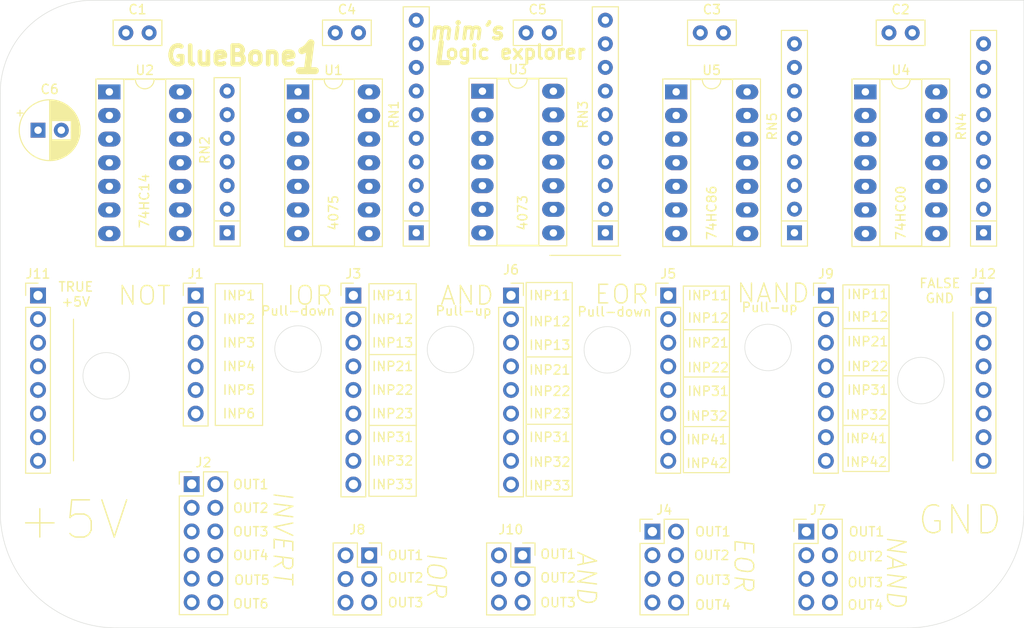
<source format=kicad_pcb>
(kicad_pcb (version 20171130) (host pcbnew "(5.1.9-0-10_14)")

  (general
    (thickness 1.6)
    (drawings 141)
    (tracks 0)
    (zones 0)
    (modules 28)
    (nets 63)
  )

  (page A4)
  (layers
    (0 F.Cu signal)
    (31 B.Cu signal)
    (32 B.Adhes user)
    (33 F.Adhes user)
    (34 B.Paste user)
    (35 F.Paste user)
    (36 B.SilkS user)
    (37 F.SilkS user)
    (38 B.Mask user)
    (39 F.Mask user)
    (40 Dwgs.User user)
    (41 Cmts.User user)
    (42 Eco1.User user)
    (43 Eco2.User user)
    (44 Edge.Cuts user)
    (45 Margin user)
    (46 B.CrtYd user)
    (47 F.CrtYd user)
    (48 B.Fab user)
    (49 F.Fab user)
  )

  (setup
    (last_trace_width 0.25)
    (trace_clearance 0.2)
    (zone_clearance 0.508)
    (zone_45_only no)
    (trace_min 0.2)
    (via_size 0.8)
    (via_drill 0.4)
    (via_min_size 0.4)
    (via_min_drill 0.3)
    (uvia_size 0.3)
    (uvia_drill 0.1)
    (uvias_allowed no)
    (uvia_min_size 0.2)
    (uvia_min_drill 0.1)
    (edge_width 0.05)
    (segment_width 0.2)
    (pcb_text_width 0.3)
    (pcb_text_size 1.5 1.5)
    (mod_edge_width 0.12)
    (mod_text_size 1 1)
    (mod_text_width 0.15)
    (pad_size 1.524 1.524)
    (pad_drill 0.762)
    (pad_to_mask_clearance 0)
    (aux_axis_origin 0 0)
    (visible_elements FFFFF77F)
    (pcbplotparams
      (layerselection 0x010fc_ffffffff)
      (usegerberextensions true)
      (usegerberattributes false)
      (usegerberadvancedattributes true)
      (creategerberjobfile true)
      (excludeedgelayer true)
      (linewidth 0.100000)
      (plotframeref false)
      (viasonmask false)
      (mode 1)
      (useauxorigin false)
      (hpglpennumber 1)
      (hpglpenspeed 20)
      (hpglpendiameter 15.000000)
      (psnegative false)
      (psa4output false)
      (plotreference true)
      (plotvalue true)
      (plotinvisibletext false)
      (padsonsilk false)
      (subtractmaskfromsilk false)
      (outputformat 1)
      (mirror false)
      (drillshape 0)
      (scaleselection 1)
      (outputdirectory "Gerber"))
  )

  (net 0 "")
  (net 1 GND)
  (net 2 +5V)
  (net 3 /NI6)
  (net 4 /NI5)
  (net 5 /NI4)
  (net 6 /NI3)
  (net 7 /NI2)
  (net 8 /NI1)
  (net 9 /NO6)
  (net 10 /NO5)
  (net 11 /NO4)
  (net 12 /NO3)
  (net 13 /NO2)
  (net 14 /NO1)
  (net 15 /IORI33)
  (net 16 /IORI32)
  (net 17 /IORI31)
  (net 18 /IORI23)
  (net 19 /IORI22)
  (net 20 /IORI21)
  (net 21 /IORI13)
  (net 22 /IORI12)
  (net 23 /IORI11)
  (net 24 /EORO4)
  (net 25 /EORO3)
  (net 26 /EORO2)
  (net 27 /EORO1)
  (net 28 /EORI42)
  (net 29 /EORI41)
  (net 30 /EORI32)
  (net 31 /EORI31)
  (net 32 /EORI22)
  (net 33 /EORI21)
  (net 34 /EORI12)
  (net 35 /EORI11)
  (net 36 /ANDI33)
  (net 37 /ANDI32)
  (net 38 /ANDI31)
  (net 39 /ANDI23)
  (net 40 /ANDI22)
  (net 41 /ANDI21)
  (net 42 /ANDI13)
  (net 43 /ANDI12)
  (net 44 /ANDI11)
  (net 45 /NANDO4)
  (net 46 /NANDO3)
  (net 47 /NANDO2)
  (net 48 /NANDO1)
  (net 49 /IORO3)
  (net 50 /IORO2)
  (net 51 /IORO1)
  (net 52 /NANDI42)
  (net 53 /NANDI41)
  (net 54 /NANDI32)
  (net 55 /NANDI31)
  (net 56 /NANDI22)
  (net 57 /NANDI21)
  (net 58 /NANDI12)
  (net 59 /NANDI11)
  (net 60 /ANDO3)
  (net 61 /ANDO2)
  (net 62 /ANDO1)

  (net_class Default "This is the default net class."
    (clearance 0.2)
    (trace_width 0.25)
    (via_dia 0.8)
    (via_drill 0.4)
    (uvia_dia 0.3)
    (uvia_drill 0.1)
    (add_net +5V)
    (add_net /ANDI11)
    (add_net /ANDI12)
    (add_net /ANDI13)
    (add_net /ANDI21)
    (add_net /ANDI22)
    (add_net /ANDI23)
    (add_net /ANDI31)
    (add_net /ANDI32)
    (add_net /ANDI33)
    (add_net /ANDO1)
    (add_net /ANDO2)
    (add_net /ANDO3)
    (add_net /EORI11)
    (add_net /EORI12)
    (add_net /EORI21)
    (add_net /EORI22)
    (add_net /EORI31)
    (add_net /EORI32)
    (add_net /EORI41)
    (add_net /EORI42)
    (add_net /EORO1)
    (add_net /EORO2)
    (add_net /EORO3)
    (add_net /EORO4)
    (add_net /IORI11)
    (add_net /IORI12)
    (add_net /IORI13)
    (add_net /IORI21)
    (add_net /IORI22)
    (add_net /IORI23)
    (add_net /IORI31)
    (add_net /IORI32)
    (add_net /IORI33)
    (add_net /IORO1)
    (add_net /IORO2)
    (add_net /IORO3)
    (add_net /NANDI11)
    (add_net /NANDI12)
    (add_net /NANDI21)
    (add_net /NANDI22)
    (add_net /NANDI31)
    (add_net /NANDI32)
    (add_net /NANDI41)
    (add_net /NANDI42)
    (add_net /NANDO1)
    (add_net /NANDO2)
    (add_net /NANDO3)
    (add_net /NANDO4)
    (add_net /NI1)
    (add_net /NI2)
    (add_net /NI3)
    (add_net /NI4)
    (add_net /NI5)
    (add_net /NI6)
    (add_net /NO1)
    (add_net /NO2)
    (add_net /NO3)
    (add_net /NO4)
    (add_net /NO5)
    (add_net /NO6)
    (add_net GND)
  )

  (module Package_DIP:DIP-14_W7.62mm_Socket_LongPads (layer F.Cu) (tedit 5A02E8C5) (tstamp 6092ECA9)
    (at 99.314 49.784)
    (descr "14-lead though-hole mounted DIP package, row spacing 7.62 mm (300 mils), Socket, LongPads")
    (tags "THT DIP DIL PDIP 2.54mm 7.62mm 300mil Socket LongPads")
    (path /6093AD2F)
    (fp_text reference U3 (at 3.81 -2.33) (layer F.SilkS)
      (effects (font (size 1 1) (thickness 0.15)))
    )
    (fp_text value 74LS11 (at 3.81 17.57) (layer F.Fab)
      (effects (font (size 1 1) (thickness 0.15)))
    )
    (fp_line (start 9.15 -1.6) (end -1.55 -1.6) (layer F.CrtYd) (width 0.05))
    (fp_line (start 9.15 16.85) (end 9.15 -1.6) (layer F.CrtYd) (width 0.05))
    (fp_line (start -1.55 16.85) (end 9.15 16.85) (layer F.CrtYd) (width 0.05))
    (fp_line (start -1.55 -1.6) (end -1.55 16.85) (layer F.CrtYd) (width 0.05))
    (fp_line (start 9.06 -1.39) (end -1.44 -1.39) (layer F.SilkS) (width 0.12))
    (fp_line (start 9.06 16.63) (end 9.06 -1.39) (layer F.SilkS) (width 0.12))
    (fp_line (start -1.44 16.63) (end 9.06 16.63) (layer F.SilkS) (width 0.12))
    (fp_line (start -1.44 -1.39) (end -1.44 16.63) (layer F.SilkS) (width 0.12))
    (fp_line (start 6.06 -1.33) (end 4.81 -1.33) (layer F.SilkS) (width 0.12))
    (fp_line (start 6.06 16.57) (end 6.06 -1.33) (layer F.SilkS) (width 0.12))
    (fp_line (start 1.56 16.57) (end 6.06 16.57) (layer F.SilkS) (width 0.12))
    (fp_line (start 1.56 -1.33) (end 1.56 16.57) (layer F.SilkS) (width 0.12))
    (fp_line (start 2.81 -1.33) (end 1.56 -1.33) (layer F.SilkS) (width 0.12))
    (fp_line (start 8.89 -1.33) (end -1.27 -1.33) (layer F.Fab) (width 0.1))
    (fp_line (start 8.89 16.57) (end 8.89 -1.33) (layer F.Fab) (width 0.1))
    (fp_line (start -1.27 16.57) (end 8.89 16.57) (layer F.Fab) (width 0.1))
    (fp_line (start -1.27 -1.33) (end -1.27 16.57) (layer F.Fab) (width 0.1))
    (fp_line (start 0.635 -0.27) (end 1.635 -1.27) (layer F.Fab) (width 0.1))
    (fp_line (start 0.635 16.51) (end 0.635 -0.27) (layer F.Fab) (width 0.1))
    (fp_line (start 6.985 16.51) (end 0.635 16.51) (layer F.Fab) (width 0.1))
    (fp_line (start 6.985 -1.27) (end 6.985 16.51) (layer F.Fab) (width 0.1))
    (fp_line (start 1.635 -1.27) (end 6.985 -1.27) (layer F.Fab) (width 0.1))
    (fp_text user %R (at 3.81 7.62) (layer F.Fab)
      (effects (font (size 1 1) (thickness 0.15)))
    )
    (fp_arc (start 3.81 -1.33) (end 2.81 -1.33) (angle -180) (layer F.SilkS) (width 0.12))
    (pad 14 thru_hole oval (at 7.62 0) (size 2.4 1.6) (drill 0.8) (layers *.Cu *.Mask)
      (net 2 +5V))
    (pad 7 thru_hole oval (at 0 15.24) (size 2.4 1.6) (drill 0.8) (layers *.Cu *.Mask)
      (net 1 GND))
    (pad 13 thru_hole oval (at 7.62 2.54) (size 2.4 1.6) (drill 0.8) (layers *.Cu *.Mask)
      (net 42 /ANDI13))
    (pad 6 thru_hole oval (at 0 12.7) (size 2.4 1.6) (drill 0.8) (layers *.Cu *.Mask)
      (net 61 /ANDO2))
    (pad 12 thru_hole oval (at 7.62 5.08) (size 2.4 1.6) (drill 0.8) (layers *.Cu *.Mask)
      (net 62 /ANDO1))
    (pad 5 thru_hole oval (at 0 10.16) (size 2.4 1.6) (drill 0.8) (layers *.Cu *.Mask)
      (net 39 /ANDI23))
    (pad 11 thru_hole oval (at 7.62 7.62) (size 2.4 1.6) (drill 0.8) (layers *.Cu *.Mask)
      (net 36 /ANDI33))
    (pad 4 thru_hole oval (at 0 7.62) (size 2.4 1.6) (drill 0.8) (layers *.Cu *.Mask)
      (net 40 /ANDI22))
    (pad 10 thru_hole oval (at 7.62 10.16) (size 2.4 1.6) (drill 0.8) (layers *.Cu *.Mask)
      (net 37 /ANDI32))
    (pad 3 thru_hole oval (at 0 5.08) (size 2.4 1.6) (drill 0.8) (layers *.Cu *.Mask)
      (net 41 /ANDI21))
    (pad 9 thru_hole oval (at 7.62 12.7) (size 2.4 1.6) (drill 0.8) (layers *.Cu *.Mask)
      (net 38 /ANDI31))
    (pad 2 thru_hole oval (at 0 2.54) (size 2.4 1.6) (drill 0.8) (layers *.Cu *.Mask)
      (net 43 /ANDI12))
    (pad 8 thru_hole oval (at 7.62 15.24) (size 2.4 1.6) (drill 0.8) (layers *.Cu *.Mask)
      (net 60 /ANDO3))
    (pad 1 thru_hole rect (at 0 0) (size 2.4 1.6) (drill 0.8) (layers *.Cu *.Mask)
      (net 44 /ANDI11))
    (model ${KISYS3DMOD}/Package_DIP.3dshapes/DIP-14_W7.62mm_Socket.wrl
      (at (xyz 0 0 0))
      (scale (xyz 1 1 1))
      (rotate (xyz 0 0 0))
    )
  )

  (module Package_DIP:DIP-14_W7.62mm_Socket_LongPads (layer F.Cu) (tedit 5A02E8C5) (tstamp 6092D184)
    (at 120.132 49.855)
    (descr "14-lead though-hole mounted DIP package, row spacing 7.62 mm (300 mils), Socket, LongPads")
    (tags "THT DIP DIL PDIP 2.54mm 7.62mm 300mil Socket LongPads")
    (path /609296FC)
    (fp_text reference U5 (at 3.81 -2.33) (layer F.SilkS)
      (effects (font (size 1 1) (thickness 0.15)))
    )
    (fp_text value 74HC86 (at 3.81 17.57) (layer F.Fab)
      (effects (font (size 1 1) (thickness 0.15)))
    )
    (fp_line (start 9.15 -1.6) (end -1.55 -1.6) (layer F.CrtYd) (width 0.05))
    (fp_line (start 9.15 16.85) (end 9.15 -1.6) (layer F.CrtYd) (width 0.05))
    (fp_line (start -1.55 16.85) (end 9.15 16.85) (layer F.CrtYd) (width 0.05))
    (fp_line (start -1.55 -1.6) (end -1.55 16.85) (layer F.CrtYd) (width 0.05))
    (fp_line (start 9.06 -1.39) (end -1.44 -1.39) (layer F.SilkS) (width 0.12))
    (fp_line (start 9.06 16.63) (end 9.06 -1.39) (layer F.SilkS) (width 0.12))
    (fp_line (start -1.44 16.63) (end 9.06 16.63) (layer F.SilkS) (width 0.12))
    (fp_line (start -1.44 -1.39) (end -1.44 16.63) (layer F.SilkS) (width 0.12))
    (fp_line (start 6.06 -1.33) (end 4.81 -1.33) (layer F.SilkS) (width 0.12))
    (fp_line (start 6.06 16.57) (end 6.06 -1.33) (layer F.SilkS) (width 0.12))
    (fp_line (start 1.56 16.57) (end 6.06 16.57) (layer F.SilkS) (width 0.12))
    (fp_line (start 1.56 -1.33) (end 1.56 16.57) (layer F.SilkS) (width 0.12))
    (fp_line (start 2.81 -1.33) (end 1.56 -1.33) (layer F.SilkS) (width 0.12))
    (fp_line (start 8.89 -1.33) (end -1.27 -1.33) (layer F.Fab) (width 0.1))
    (fp_line (start 8.89 16.57) (end 8.89 -1.33) (layer F.Fab) (width 0.1))
    (fp_line (start -1.27 16.57) (end 8.89 16.57) (layer F.Fab) (width 0.1))
    (fp_line (start -1.27 -1.33) (end -1.27 16.57) (layer F.Fab) (width 0.1))
    (fp_line (start 0.635 -0.27) (end 1.635 -1.27) (layer F.Fab) (width 0.1))
    (fp_line (start 0.635 16.51) (end 0.635 -0.27) (layer F.Fab) (width 0.1))
    (fp_line (start 6.985 16.51) (end 0.635 16.51) (layer F.Fab) (width 0.1))
    (fp_line (start 6.985 -1.27) (end 6.985 16.51) (layer F.Fab) (width 0.1))
    (fp_line (start 1.635 -1.27) (end 6.985 -1.27) (layer F.Fab) (width 0.1))
    (fp_text user %R (at 3.81 7.62) (layer F.Fab)
      (effects (font (size 1 1) (thickness 0.15)))
    )
    (fp_arc (start 3.81 -1.33) (end 2.81 -1.33) (angle -180) (layer F.SilkS) (width 0.12))
    (pad 14 thru_hole oval (at 7.62 0) (size 2.4 1.6) (drill 0.8) (layers *.Cu *.Mask)
      (net 2 +5V))
    (pad 7 thru_hole oval (at 0 15.24) (size 2.4 1.6) (drill 0.8) (layers *.Cu *.Mask)
      (net 1 GND))
    (pad 13 thru_hole oval (at 7.62 2.54) (size 2.4 1.6) (drill 0.8) (layers *.Cu *.Mask)
      (net 28 /EORI42))
    (pad 6 thru_hole oval (at 0 12.7) (size 2.4 1.6) (drill 0.8) (layers *.Cu *.Mask)
      (net 26 /EORO2))
    (pad 12 thru_hole oval (at 7.62 5.08) (size 2.4 1.6) (drill 0.8) (layers *.Cu *.Mask)
      (net 29 /EORI41))
    (pad 5 thru_hole oval (at 0 10.16) (size 2.4 1.6) (drill 0.8) (layers *.Cu *.Mask)
      (net 32 /EORI22))
    (pad 11 thru_hole oval (at 7.62 7.62) (size 2.4 1.6) (drill 0.8) (layers *.Cu *.Mask)
      (net 24 /EORO4))
    (pad 4 thru_hole oval (at 0 7.62) (size 2.4 1.6) (drill 0.8) (layers *.Cu *.Mask)
      (net 33 /EORI21))
    (pad 10 thru_hole oval (at 7.62 10.16) (size 2.4 1.6) (drill 0.8) (layers *.Cu *.Mask)
      (net 30 /EORI32))
    (pad 3 thru_hole oval (at 0 5.08) (size 2.4 1.6) (drill 0.8) (layers *.Cu *.Mask)
      (net 27 /EORO1))
    (pad 9 thru_hole oval (at 7.62 12.7) (size 2.4 1.6) (drill 0.8) (layers *.Cu *.Mask)
      (net 31 /EORI31))
    (pad 2 thru_hole oval (at 0 2.54) (size 2.4 1.6) (drill 0.8) (layers *.Cu *.Mask)
      (net 34 /EORI12))
    (pad 8 thru_hole oval (at 7.62 15.24) (size 2.4 1.6) (drill 0.8) (layers *.Cu *.Mask)
      (net 25 /EORO3))
    (pad 1 thru_hole rect (at 0 0) (size 2.4 1.6) (drill 0.8) (layers *.Cu *.Mask)
      (net 35 /EORI11))
    (model ${KISYS3DMOD}/Package_DIP.3dshapes/DIP-14_W7.62mm_Socket.wrl
      (at (xyz 0 0 0))
      (scale (xyz 1 1 1))
      (rotate (xyz 0 0 0))
    )
  )

  (module Package_DIP:DIP-14_W7.62mm_Socket_LongPads (layer F.Cu) (tedit 5A02E8C5) (tstamp 6092D15A)
    (at 140.462 49.855)
    (descr "14-lead though-hole mounted DIP package, row spacing 7.62 mm (300 mils), Socket, LongPads")
    (tags "THT DIP DIL PDIP 2.54mm 7.62mm 300mil Socket LongPads")
    (path /60CC2E5C)
    (fp_text reference U4 (at 3.81 -2.33) (layer F.SilkS)
      (effects (font (size 1 1) (thickness 0.15)))
    )
    (fp_text value 74LS00 (at 3.81 17.57) (layer F.Fab)
      (effects (font (size 1 1) (thickness 0.15)))
    )
    (fp_line (start 9.15 -1.6) (end -1.55 -1.6) (layer F.CrtYd) (width 0.05))
    (fp_line (start 9.15 16.85) (end 9.15 -1.6) (layer F.CrtYd) (width 0.05))
    (fp_line (start -1.55 16.85) (end 9.15 16.85) (layer F.CrtYd) (width 0.05))
    (fp_line (start -1.55 -1.6) (end -1.55 16.85) (layer F.CrtYd) (width 0.05))
    (fp_line (start 9.06 -1.39) (end -1.44 -1.39) (layer F.SilkS) (width 0.12))
    (fp_line (start 9.06 16.63) (end 9.06 -1.39) (layer F.SilkS) (width 0.12))
    (fp_line (start -1.44 16.63) (end 9.06 16.63) (layer F.SilkS) (width 0.12))
    (fp_line (start -1.44 -1.39) (end -1.44 16.63) (layer F.SilkS) (width 0.12))
    (fp_line (start 6.06 -1.33) (end 4.81 -1.33) (layer F.SilkS) (width 0.12))
    (fp_line (start 6.06 16.57) (end 6.06 -1.33) (layer F.SilkS) (width 0.12))
    (fp_line (start 1.56 16.57) (end 6.06 16.57) (layer F.SilkS) (width 0.12))
    (fp_line (start 1.56 -1.33) (end 1.56 16.57) (layer F.SilkS) (width 0.12))
    (fp_line (start 2.81 -1.33) (end 1.56 -1.33) (layer F.SilkS) (width 0.12))
    (fp_line (start 8.89 -1.33) (end -1.27 -1.33) (layer F.Fab) (width 0.1))
    (fp_line (start 8.89 16.57) (end 8.89 -1.33) (layer F.Fab) (width 0.1))
    (fp_line (start -1.27 16.57) (end 8.89 16.57) (layer F.Fab) (width 0.1))
    (fp_line (start -1.27 -1.33) (end -1.27 16.57) (layer F.Fab) (width 0.1))
    (fp_line (start 0.635 -0.27) (end 1.635 -1.27) (layer F.Fab) (width 0.1))
    (fp_line (start 0.635 16.51) (end 0.635 -0.27) (layer F.Fab) (width 0.1))
    (fp_line (start 6.985 16.51) (end 0.635 16.51) (layer F.Fab) (width 0.1))
    (fp_line (start 6.985 -1.27) (end 6.985 16.51) (layer F.Fab) (width 0.1))
    (fp_line (start 1.635 -1.27) (end 6.985 -1.27) (layer F.Fab) (width 0.1))
    (fp_text user %R (at 3.81 7.62) (layer F.Fab)
      (effects (font (size 1 1) (thickness 0.15)))
    )
    (fp_arc (start 3.81 -1.33) (end 2.81 -1.33) (angle -180) (layer F.SilkS) (width 0.12))
    (pad 14 thru_hole oval (at 7.62 0) (size 2.4 1.6) (drill 0.8) (layers *.Cu *.Mask)
      (net 2 +5V))
    (pad 7 thru_hole oval (at 0 15.24) (size 2.4 1.6) (drill 0.8) (layers *.Cu *.Mask)
      (net 1 GND))
    (pad 13 thru_hole oval (at 7.62 2.54) (size 2.4 1.6) (drill 0.8) (layers *.Cu *.Mask)
      (net 52 /NANDI42))
    (pad 6 thru_hole oval (at 0 12.7) (size 2.4 1.6) (drill 0.8) (layers *.Cu *.Mask)
      (net 47 /NANDO2))
    (pad 12 thru_hole oval (at 7.62 5.08) (size 2.4 1.6) (drill 0.8) (layers *.Cu *.Mask)
      (net 53 /NANDI41))
    (pad 5 thru_hole oval (at 0 10.16) (size 2.4 1.6) (drill 0.8) (layers *.Cu *.Mask)
      (net 56 /NANDI22))
    (pad 11 thru_hole oval (at 7.62 7.62) (size 2.4 1.6) (drill 0.8) (layers *.Cu *.Mask)
      (net 45 /NANDO4))
    (pad 4 thru_hole oval (at 0 7.62) (size 2.4 1.6) (drill 0.8) (layers *.Cu *.Mask)
      (net 57 /NANDI21))
    (pad 10 thru_hole oval (at 7.62 10.16) (size 2.4 1.6) (drill 0.8) (layers *.Cu *.Mask)
      (net 54 /NANDI32))
    (pad 3 thru_hole oval (at 0 5.08) (size 2.4 1.6) (drill 0.8) (layers *.Cu *.Mask)
      (net 48 /NANDO1))
    (pad 9 thru_hole oval (at 7.62 12.7) (size 2.4 1.6) (drill 0.8) (layers *.Cu *.Mask)
      (net 55 /NANDI31))
    (pad 2 thru_hole oval (at 0 2.54) (size 2.4 1.6) (drill 0.8) (layers *.Cu *.Mask)
      (net 58 /NANDI12))
    (pad 8 thru_hole oval (at 7.62 15.24) (size 2.4 1.6) (drill 0.8) (layers *.Cu *.Mask)
      (net 46 /NANDO3))
    (pad 1 thru_hole rect (at 0 0) (size 2.4 1.6) (drill 0.8) (layers *.Cu *.Mask)
      (net 59 /NANDI11))
    (model ${KISYS3DMOD}/Package_DIP.3dshapes/DIP-14_W7.62mm_Socket.wrl
      (at (xyz 0 0 0))
      (scale (xyz 1 1 1))
      (rotate (xyz 0 0 0))
    )
  )

  (module Package_DIP:DIP-14_W7.62mm_Socket_LongPads (layer F.Cu) (tedit 5A02E8C5) (tstamp 6092D106)
    (at 59.222 49.855)
    (descr "14-lead though-hole mounted DIP package, row spacing 7.62 mm (300 mils), Socket, LongPads")
    (tags "THT DIP DIL PDIP 2.54mm 7.62mm 300mil Socket LongPads")
    (path /6092D415)
    (fp_text reference U2 (at 3.81 -2.33) (layer F.SilkS)
      (effects (font (size 1 1) (thickness 0.15)))
    )
    (fp_text value 74HC14 (at 3.81 17.57) (layer F.Fab)
      (effects (font (size 1 1) (thickness 0.15)))
    )
    (fp_line (start 9.15 -1.6) (end -1.55 -1.6) (layer F.CrtYd) (width 0.05))
    (fp_line (start 9.15 16.85) (end 9.15 -1.6) (layer F.CrtYd) (width 0.05))
    (fp_line (start -1.55 16.85) (end 9.15 16.85) (layer F.CrtYd) (width 0.05))
    (fp_line (start -1.55 -1.6) (end -1.55 16.85) (layer F.CrtYd) (width 0.05))
    (fp_line (start 9.06 -1.39) (end -1.44 -1.39) (layer F.SilkS) (width 0.12))
    (fp_line (start 9.06 16.63) (end 9.06 -1.39) (layer F.SilkS) (width 0.12))
    (fp_line (start -1.44 16.63) (end 9.06 16.63) (layer F.SilkS) (width 0.12))
    (fp_line (start -1.44 -1.39) (end -1.44 16.63) (layer F.SilkS) (width 0.12))
    (fp_line (start 6.06 -1.33) (end 4.81 -1.33) (layer F.SilkS) (width 0.12))
    (fp_line (start 6.06 16.57) (end 6.06 -1.33) (layer F.SilkS) (width 0.12))
    (fp_line (start 1.56 16.57) (end 6.06 16.57) (layer F.SilkS) (width 0.12))
    (fp_line (start 1.56 -1.33) (end 1.56 16.57) (layer F.SilkS) (width 0.12))
    (fp_line (start 2.81 -1.33) (end 1.56 -1.33) (layer F.SilkS) (width 0.12))
    (fp_line (start 8.89 -1.33) (end -1.27 -1.33) (layer F.Fab) (width 0.1))
    (fp_line (start 8.89 16.57) (end 8.89 -1.33) (layer F.Fab) (width 0.1))
    (fp_line (start -1.27 16.57) (end 8.89 16.57) (layer F.Fab) (width 0.1))
    (fp_line (start -1.27 -1.33) (end -1.27 16.57) (layer F.Fab) (width 0.1))
    (fp_line (start 0.635 -0.27) (end 1.635 -1.27) (layer F.Fab) (width 0.1))
    (fp_line (start 0.635 16.51) (end 0.635 -0.27) (layer F.Fab) (width 0.1))
    (fp_line (start 6.985 16.51) (end 0.635 16.51) (layer F.Fab) (width 0.1))
    (fp_line (start 6.985 -1.27) (end 6.985 16.51) (layer F.Fab) (width 0.1))
    (fp_line (start 1.635 -1.27) (end 6.985 -1.27) (layer F.Fab) (width 0.1))
    (fp_text user %R (at 3.81 7.62) (layer F.Fab)
      (effects (font (size 1 1) (thickness 0.15)))
    )
    (fp_arc (start 3.81 -1.33) (end 2.81 -1.33) (angle -180) (layer F.SilkS) (width 0.12))
    (pad 14 thru_hole oval (at 7.62 0) (size 2.4 1.6) (drill 0.8) (layers *.Cu *.Mask)
      (net 2 +5V))
    (pad 7 thru_hole oval (at 0 15.24) (size 2.4 1.6) (drill 0.8) (layers *.Cu *.Mask)
      (net 1 GND))
    (pad 13 thru_hole oval (at 7.62 2.54) (size 2.4 1.6) (drill 0.8) (layers *.Cu *.Mask)
      (net 3 /NI6))
    (pad 6 thru_hole oval (at 0 12.7) (size 2.4 1.6) (drill 0.8) (layers *.Cu *.Mask)
      (net 12 /NO3))
    (pad 12 thru_hole oval (at 7.62 5.08) (size 2.4 1.6) (drill 0.8) (layers *.Cu *.Mask)
      (net 9 /NO6))
    (pad 5 thru_hole oval (at 0 10.16) (size 2.4 1.6) (drill 0.8) (layers *.Cu *.Mask)
      (net 6 /NI3))
    (pad 11 thru_hole oval (at 7.62 7.62) (size 2.4 1.6) (drill 0.8) (layers *.Cu *.Mask)
      (net 4 /NI5))
    (pad 4 thru_hole oval (at 0 7.62) (size 2.4 1.6) (drill 0.8) (layers *.Cu *.Mask)
      (net 13 /NO2))
    (pad 10 thru_hole oval (at 7.62 10.16) (size 2.4 1.6) (drill 0.8) (layers *.Cu *.Mask)
      (net 10 /NO5))
    (pad 3 thru_hole oval (at 0 5.08) (size 2.4 1.6) (drill 0.8) (layers *.Cu *.Mask)
      (net 7 /NI2))
    (pad 9 thru_hole oval (at 7.62 12.7) (size 2.4 1.6) (drill 0.8) (layers *.Cu *.Mask)
      (net 5 /NI4))
    (pad 2 thru_hole oval (at 0 2.54) (size 2.4 1.6) (drill 0.8) (layers *.Cu *.Mask)
      (net 14 /NO1))
    (pad 8 thru_hole oval (at 7.62 15.24) (size 2.4 1.6) (drill 0.8) (layers *.Cu *.Mask)
      (net 11 /NO4))
    (pad 1 thru_hole rect (at 0 0) (size 2.4 1.6) (drill 0.8) (layers *.Cu *.Mask)
      (net 8 /NI1))
    (model ${KISYS3DMOD}/Package_DIP.3dshapes/DIP-14_W7.62mm_Socket.wrl
      (at (xyz 0 0 0))
      (scale (xyz 1 1 1))
      (rotate (xyz 0 0 0))
    )
  )

  (module Package_DIP:DIP-14_W7.62mm_Socket_LongPads (layer F.Cu) (tedit 5A02E8C5) (tstamp 6092D0DC)
    (at 79.502 49.855)
    (descr "14-lead though-hole mounted DIP package, row spacing 7.62 mm (300 mils), Socket, LongPads")
    (tags "THT DIP DIL PDIP 2.54mm 7.62mm 300mil Socket LongPads")
    (path /6092673E)
    (fp_text reference U1 (at 3.81 -2.33) (layer F.SilkS)
      (effects (font (size 1 1) (thickness 0.15)))
    )
    (fp_text value 4075 (at 3.81 17.57) (layer F.Fab)
      (effects (font (size 1 1) (thickness 0.15)))
    )
    (fp_line (start 9.15 -1.6) (end -1.55 -1.6) (layer F.CrtYd) (width 0.05))
    (fp_line (start 9.15 16.85) (end 9.15 -1.6) (layer F.CrtYd) (width 0.05))
    (fp_line (start -1.55 16.85) (end 9.15 16.85) (layer F.CrtYd) (width 0.05))
    (fp_line (start -1.55 -1.6) (end -1.55 16.85) (layer F.CrtYd) (width 0.05))
    (fp_line (start 9.06 -1.39) (end -1.44 -1.39) (layer F.SilkS) (width 0.12))
    (fp_line (start 9.06 16.63) (end 9.06 -1.39) (layer F.SilkS) (width 0.12))
    (fp_line (start -1.44 16.63) (end 9.06 16.63) (layer F.SilkS) (width 0.12))
    (fp_line (start -1.44 -1.39) (end -1.44 16.63) (layer F.SilkS) (width 0.12))
    (fp_line (start 6.06 -1.33) (end 4.81 -1.33) (layer F.SilkS) (width 0.12))
    (fp_line (start 6.06 16.57) (end 6.06 -1.33) (layer F.SilkS) (width 0.12))
    (fp_line (start 1.56 16.57) (end 6.06 16.57) (layer F.SilkS) (width 0.12))
    (fp_line (start 1.56 -1.33) (end 1.56 16.57) (layer F.SilkS) (width 0.12))
    (fp_line (start 2.81 -1.33) (end 1.56 -1.33) (layer F.SilkS) (width 0.12))
    (fp_line (start 8.89 -1.33) (end -1.27 -1.33) (layer F.Fab) (width 0.1))
    (fp_line (start 8.89 16.57) (end 8.89 -1.33) (layer F.Fab) (width 0.1))
    (fp_line (start -1.27 16.57) (end 8.89 16.57) (layer F.Fab) (width 0.1))
    (fp_line (start -1.27 -1.33) (end -1.27 16.57) (layer F.Fab) (width 0.1))
    (fp_line (start 0.635 -0.27) (end 1.635 -1.27) (layer F.Fab) (width 0.1))
    (fp_line (start 0.635 16.51) (end 0.635 -0.27) (layer F.Fab) (width 0.1))
    (fp_line (start 6.985 16.51) (end 0.635 16.51) (layer F.Fab) (width 0.1))
    (fp_line (start 6.985 -1.27) (end 6.985 16.51) (layer F.Fab) (width 0.1))
    (fp_line (start 1.635 -1.27) (end 6.985 -1.27) (layer F.Fab) (width 0.1))
    (fp_text user %R (at 3.81 7.62) (layer F.Fab)
      (effects (font (size 1 1) (thickness 0.15)))
    )
    (fp_arc (start 3.81 -1.33) (end 2.81 -1.33) (angle -180) (layer F.SilkS) (width 0.12))
    (pad 14 thru_hole oval (at 7.62 0) (size 2.4 1.6) (drill 0.8) (layers *.Cu *.Mask)
      (net 2 +5V))
    (pad 7 thru_hole oval (at 0 15.24) (size 2.4 1.6) (drill 0.8) (layers *.Cu *.Mask)
      (net 1 GND))
    (pad 13 thru_hole oval (at 7.62 2.54) (size 2.4 1.6) (drill 0.8) (layers *.Cu *.Mask)
      (net 15 /IORI33))
    (pad 6 thru_hole oval (at 0 12.7) (size 2.4 1.6) (drill 0.8) (layers *.Cu *.Mask)
      (net 50 /IORO2))
    (pad 12 thru_hole oval (at 7.62 5.08) (size 2.4 1.6) (drill 0.8) (layers *.Cu *.Mask)
      (net 16 /IORI32))
    (pad 5 thru_hole oval (at 0 10.16) (size 2.4 1.6) (drill 0.8) (layers *.Cu *.Mask)
      (net 18 /IORI23))
    (pad 11 thru_hole oval (at 7.62 7.62) (size 2.4 1.6) (drill 0.8) (layers *.Cu *.Mask)
      (net 17 /IORI31))
    (pad 4 thru_hole oval (at 0 7.62) (size 2.4 1.6) (drill 0.8) (layers *.Cu *.Mask)
      (net 19 /IORI22))
    (pad 10 thru_hole oval (at 7.62 10.16) (size 2.4 1.6) (drill 0.8) (layers *.Cu *.Mask)
      (net 49 /IORO3))
    (pad 3 thru_hole oval (at 0 5.08) (size 2.4 1.6) (drill 0.8) (layers *.Cu *.Mask)
      (net 20 /IORI21))
    (pad 9 thru_hole oval (at 7.62 12.7) (size 2.4 1.6) (drill 0.8) (layers *.Cu *.Mask)
      (net 51 /IORO1))
    (pad 2 thru_hole oval (at 0 2.54) (size 2.4 1.6) (drill 0.8) (layers *.Cu *.Mask)
      (net 22 /IORI12))
    (pad 8 thru_hole oval (at 7.62 15.24) (size 2.4 1.6) (drill 0.8) (layers *.Cu *.Mask)
      (net 21 /IORI13))
    (pad 1 thru_hole rect (at 0 0) (size 2.4 1.6) (drill 0.8) (layers *.Cu *.Mask)
      (net 23 /IORI11))
    (model ${KISYS3DMOD}/Package_DIP.3dshapes/DIP-14_W7.62mm_Socket.wrl
      (at (xyz 0 0 0))
      (scale (xyz 1 1 1))
      (rotate (xyz 0 0 0))
    )
  )

  (module Resistor_THT:R_Array_SIP9 (layer F.Cu) (tedit 5A14249F) (tstamp 6092D0B2)
    (at 132.842 65.005 90)
    (descr "9-pin Resistor SIP pack")
    (tags R)
    (path /60BD286B)
    (fp_text reference RN5 (at 11.43 -2.4 90) (layer F.SilkS)
      (effects (font (size 1 1) (thickness 0.15)))
    )
    (fp_text value R_Network08 (at 11.43 2.4 90) (layer F.Fab)
      (effects (font (size 1 1) (thickness 0.15)))
    )
    (fp_line (start 22.05 -1.65) (end -1.7 -1.65) (layer F.CrtYd) (width 0.05))
    (fp_line (start 22.05 1.65) (end 22.05 -1.65) (layer F.CrtYd) (width 0.05))
    (fp_line (start -1.7 1.65) (end 22.05 1.65) (layer F.CrtYd) (width 0.05))
    (fp_line (start -1.7 -1.65) (end -1.7 1.65) (layer F.CrtYd) (width 0.05))
    (fp_line (start 1.27 -1.4) (end 1.27 1.4) (layer F.SilkS) (width 0.12))
    (fp_line (start 21.76 -1.4) (end -1.44 -1.4) (layer F.SilkS) (width 0.12))
    (fp_line (start 21.76 1.4) (end 21.76 -1.4) (layer F.SilkS) (width 0.12))
    (fp_line (start -1.44 1.4) (end 21.76 1.4) (layer F.SilkS) (width 0.12))
    (fp_line (start -1.44 -1.4) (end -1.44 1.4) (layer F.SilkS) (width 0.12))
    (fp_line (start 1.27 -1.25) (end 1.27 1.25) (layer F.Fab) (width 0.1))
    (fp_line (start 21.61 -1.25) (end -1.29 -1.25) (layer F.Fab) (width 0.1))
    (fp_line (start 21.61 1.25) (end 21.61 -1.25) (layer F.Fab) (width 0.1))
    (fp_line (start -1.29 1.25) (end 21.61 1.25) (layer F.Fab) (width 0.1))
    (fp_line (start -1.29 -1.25) (end -1.29 1.25) (layer F.Fab) (width 0.1))
    (fp_text user %R (at 10.16 0 90) (layer F.Fab)
      (effects (font (size 1 1) (thickness 0.15)))
    )
    (pad 9 thru_hole oval (at 20.32 0 90) (size 1.6 1.6) (drill 0.8) (layers *.Cu *.Mask)
      (net 35 /EORI11))
    (pad 8 thru_hole oval (at 17.78 0 90) (size 1.6 1.6) (drill 0.8) (layers *.Cu *.Mask)
      (net 34 /EORI12))
    (pad 7 thru_hole oval (at 15.24 0 90) (size 1.6 1.6) (drill 0.8) (layers *.Cu *.Mask)
      (net 33 /EORI21))
    (pad 6 thru_hole oval (at 12.7 0 90) (size 1.6 1.6) (drill 0.8) (layers *.Cu *.Mask)
      (net 32 /EORI22))
    (pad 5 thru_hole oval (at 10.16 0 90) (size 1.6 1.6) (drill 0.8) (layers *.Cu *.Mask)
      (net 31 /EORI31))
    (pad 4 thru_hole oval (at 7.62 0 90) (size 1.6 1.6) (drill 0.8) (layers *.Cu *.Mask)
      (net 30 /EORI32))
    (pad 3 thru_hole oval (at 5.08 0 90) (size 1.6 1.6) (drill 0.8) (layers *.Cu *.Mask)
      (net 29 /EORI41))
    (pad 2 thru_hole oval (at 2.54 0 90) (size 1.6 1.6) (drill 0.8) (layers *.Cu *.Mask)
      (net 28 /EORI42))
    (pad 1 thru_hole rect (at 0 0 90) (size 1.6 1.6) (drill 0.8) (layers *.Cu *.Mask)
      (net 1 GND))
    (model ${KISYS3DMOD}/Resistor_THT.3dshapes/R_Array_SIP9.wrl
      (at (xyz 0 0 0))
      (scale (xyz 1 1 1))
      (rotate (xyz 0 0 0))
    )
  )

  (module Resistor_THT:R_Array_SIP9 (layer F.Cu) (tedit 5A14249F) (tstamp 6092F2BA)
    (at 153.162 65.005 90)
    (descr "9-pin Resistor SIP pack")
    (tags R)
    (path /60C8D3E1)
    (fp_text reference RN4 (at 11.43 -2.4 90) (layer F.SilkS)
      (effects (font (size 1 1) (thickness 0.15)))
    )
    (fp_text value R_Network08 (at 11.43 2.4 90) (layer F.Fab)
      (effects (font (size 1 1) (thickness 0.15)))
    )
    (fp_line (start 22.05 -1.65) (end -1.7 -1.65) (layer F.CrtYd) (width 0.05))
    (fp_line (start 22.05 1.65) (end 22.05 -1.65) (layer F.CrtYd) (width 0.05))
    (fp_line (start -1.7 1.65) (end 22.05 1.65) (layer F.CrtYd) (width 0.05))
    (fp_line (start -1.7 -1.65) (end -1.7 1.65) (layer F.CrtYd) (width 0.05))
    (fp_line (start 1.27 -1.4) (end 1.27 1.4) (layer F.SilkS) (width 0.12))
    (fp_line (start 21.76 -1.4) (end -1.44 -1.4) (layer F.SilkS) (width 0.12))
    (fp_line (start 21.76 1.4) (end 21.76 -1.4) (layer F.SilkS) (width 0.12))
    (fp_line (start -1.44 1.4) (end 21.76 1.4) (layer F.SilkS) (width 0.12))
    (fp_line (start -1.44 -1.4) (end -1.44 1.4) (layer F.SilkS) (width 0.12))
    (fp_line (start 1.27 -1.25) (end 1.27 1.25) (layer F.Fab) (width 0.1))
    (fp_line (start 21.61 -1.25) (end -1.29 -1.25) (layer F.Fab) (width 0.1))
    (fp_line (start 21.61 1.25) (end 21.61 -1.25) (layer F.Fab) (width 0.1))
    (fp_line (start -1.29 1.25) (end 21.61 1.25) (layer F.Fab) (width 0.1))
    (fp_line (start -1.29 -1.25) (end -1.29 1.25) (layer F.Fab) (width 0.1))
    (fp_text user %R (at 10.16 0 90) (layer F.Fab)
      (effects (font (size 1 1) (thickness 0.15)))
    )
    (pad 9 thru_hole oval (at 20.32 0 90) (size 1.6 1.6) (drill 0.8) (layers *.Cu *.Mask)
      (net 59 /NANDI11))
    (pad 8 thru_hole oval (at 17.78 0 90) (size 1.6 1.6) (drill 0.8) (layers *.Cu *.Mask)
      (net 58 /NANDI12))
    (pad 7 thru_hole oval (at 15.24 0 90) (size 1.6 1.6) (drill 0.8) (layers *.Cu *.Mask)
      (net 57 /NANDI21))
    (pad 6 thru_hole oval (at 12.7 0 90) (size 1.6 1.6) (drill 0.8) (layers *.Cu *.Mask)
      (net 56 /NANDI22))
    (pad 5 thru_hole oval (at 10.16 0 90) (size 1.6 1.6) (drill 0.8) (layers *.Cu *.Mask)
      (net 55 /NANDI31))
    (pad 4 thru_hole oval (at 7.62 0 90) (size 1.6 1.6) (drill 0.8) (layers *.Cu *.Mask)
      (net 54 /NANDI32))
    (pad 3 thru_hole oval (at 5.08 0 90) (size 1.6 1.6) (drill 0.8) (layers *.Cu *.Mask)
      (net 53 /NANDI41))
    (pad 2 thru_hole oval (at 2.54 0 90) (size 1.6 1.6) (drill 0.8) (layers *.Cu *.Mask)
      (net 52 /NANDI42))
    (pad 1 thru_hole rect (at 0 0 90) (size 1.6 1.6) (drill 0.8) (layers *.Cu *.Mask)
      (net 2 +5V))
    (model ${KISYS3DMOD}/Resistor_THT.3dshapes/R_Array_SIP9.wrl
      (at (xyz 0 0 0))
      (scale (xyz 1 1 1))
      (rotate (xyz 0 0 0))
    )
  )

  (module Resistor_THT:R_Array_SIP10 (layer F.Cu) (tedit 5A14249F) (tstamp 6092D07A)
    (at 112.522 65.005 90)
    (descr "10-pin Resistor SIP pack")
    (tags R)
    (path /60B2DE96)
    (fp_text reference RN3 (at 12.7 -2.4 90) (layer F.SilkS)
      (effects (font (size 1 1) (thickness 0.15)))
    )
    (fp_text value R_Network09 (at 12.7 2.4 90) (layer F.Fab)
      (effects (font (size 1 1) (thickness 0.15)))
    )
    (fp_line (start 24.55 -1.65) (end -1.7 -1.65) (layer F.CrtYd) (width 0.05))
    (fp_line (start 24.55 1.65) (end 24.55 -1.65) (layer F.CrtYd) (width 0.05))
    (fp_line (start -1.7 1.65) (end 24.55 1.65) (layer F.CrtYd) (width 0.05))
    (fp_line (start -1.7 -1.65) (end -1.7 1.65) (layer F.CrtYd) (width 0.05))
    (fp_line (start 1.27 -1.4) (end 1.27 1.4) (layer F.SilkS) (width 0.12))
    (fp_line (start 24.3 -1.4) (end -1.44 -1.4) (layer F.SilkS) (width 0.12))
    (fp_line (start 24.3 1.4) (end 24.3 -1.4) (layer F.SilkS) (width 0.12))
    (fp_line (start -1.44 1.4) (end 24.3 1.4) (layer F.SilkS) (width 0.12))
    (fp_line (start -1.44 -1.4) (end -1.44 1.4) (layer F.SilkS) (width 0.12))
    (fp_line (start 1.27 -1.25) (end 1.27 1.25) (layer F.Fab) (width 0.1))
    (fp_line (start 24.15 -1.25) (end -1.29 -1.25) (layer F.Fab) (width 0.1))
    (fp_line (start 24.15 1.25) (end 24.15 -1.25) (layer F.Fab) (width 0.1))
    (fp_line (start -1.29 1.25) (end 24.15 1.25) (layer F.Fab) (width 0.1))
    (fp_line (start -1.29 -1.25) (end -1.29 1.25) (layer F.Fab) (width 0.1))
    (fp_text user %R (at 11.43 0 90) (layer F.Fab)
      (effects (font (size 1 1) (thickness 0.15)))
    )
    (pad 10 thru_hole oval (at 22.86 0 90) (size 1.6 1.6) (drill 0.8) (layers *.Cu *.Mask)
      (net 44 /ANDI11))
    (pad 9 thru_hole oval (at 20.32 0 90) (size 1.6 1.6) (drill 0.8) (layers *.Cu *.Mask)
      (net 43 /ANDI12))
    (pad 8 thru_hole oval (at 17.78 0 90) (size 1.6 1.6) (drill 0.8) (layers *.Cu *.Mask)
      (net 42 /ANDI13))
    (pad 7 thru_hole oval (at 15.24 0 90) (size 1.6 1.6) (drill 0.8) (layers *.Cu *.Mask)
      (net 41 /ANDI21))
    (pad 6 thru_hole oval (at 12.7 0 90) (size 1.6 1.6) (drill 0.8) (layers *.Cu *.Mask)
      (net 40 /ANDI22))
    (pad 5 thru_hole oval (at 10.16 0 90) (size 1.6 1.6) (drill 0.8) (layers *.Cu *.Mask)
      (net 39 /ANDI23))
    (pad 4 thru_hole oval (at 7.62 0 90) (size 1.6 1.6) (drill 0.8) (layers *.Cu *.Mask)
      (net 38 /ANDI31))
    (pad 3 thru_hole oval (at 5.08 0 90) (size 1.6 1.6) (drill 0.8) (layers *.Cu *.Mask)
      (net 37 /ANDI32))
    (pad 2 thru_hole oval (at 2.54 0 90) (size 1.6 1.6) (drill 0.8) (layers *.Cu *.Mask)
      (net 36 /ANDI33))
    (pad 1 thru_hole rect (at 0 0 90) (size 1.6 1.6) (drill 0.8) (layers *.Cu *.Mask)
      (net 2 +5V))
    (model ${KISYS3DMOD}/Resistor_THT.3dshapes/R_Array_SIP10.wrl
      (at (xyz 0 0 0))
      (scale (xyz 1 1 1))
      (rotate (xyz 0 0 0))
    )
  )

  (module Resistor_THT:R_Array_SIP7 (layer F.Cu) (tedit 5A14249F) (tstamp 6092D05D)
    (at 71.882 65.005 90)
    (descr "7-pin Resistor SIP pack")
    (tags R)
    (path /609E47D4)
    (fp_text reference RN2 (at 8.89 -2.4 90) (layer F.SilkS)
      (effects (font (size 1 1) (thickness 0.15)))
    )
    (fp_text value R_Network06 (at 8.89 2.4 90) (layer F.Fab)
      (effects (font (size 1 1) (thickness 0.15)))
    )
    (fp_line (start 16.95 -1.65) (end -1.7 -1.65) (layer F.CrtYd) (width 0.05))
    (fp_line (start 16.95 1.65) (end 16.95 -1.65) (layer F.CrtYd) (width 0.05))
    (fp_line (start -1.7 1.65) (end 16.95 1.65) (layer F.CrtYd) (width 0.05))
    (fp_line (start -1.7 -1.65) (end -1.7 1.65) (layer F.CrtYd) (width 0.05))
    (fp_line (start 1.27 -1.4) (end 1.27 1.4) (layer F.SilkS) (width 0.12))
    (fp_line (start 16.68 -1.4) (end -1.44 -1.4) (layer F.SilkS) (width 0.12))
    (fp_line (start 16.68 1.4) (end 16.68 -1.4) (layer F.SilkS) (width 0.12))
    (fp_line (start -1.44 1.4) (end 16.68 1.4) (layer F.SilkS) (width 0.12))
    (fp_line (start -1.44 -1.4) (end -1.44 1.4) (layer F.SilkS) (width 0.12))
    (fp_line (start 1.27 -1.25) (end 1.27 1.25) (layer F.Fab) (width 0.1))
    (fp_line (start 16.53 -1.25) (end -1.29 -1.25) (layer F.Fab) (width 0.1))
    (fp_line (start 16.53 1.25) (end 16.53 -1.25) (layer F.Fab) (width 0.1))
    (fp_line (start -1.29 1.25) (end 16.53 1.25) (layer F.Fab) (width 0.1))
    (fp_line (start -1.29 -1.25) (end -1.29 1.25) (layer F.Fab) (width 0.1))
    (fp_text user %R (at 7.62 0 90) (layer F.Fab)
      (effects (font (size 1 1) (thickness 0.15)))
    )
    (pad 7 thru_hole oval (at 15.24 0 90) (size 1.6 1.6) (drill 0.8) (layers *.Cu *.Mask)
      (net 8 /NI1))
    (pad 6 thru_hole oval (at 12.7 0 90) (size 1.6 1.6) (drill 0.8) (layers *.Cu *.Mask)
      (net 7 /NI2))
    (pad 5 thru_hole oval (at 10.16 0 90) (size 1.6 1.6) (drill 0.8) (layers *.Cu *.Mask)
      (net 6 /NI3))
    (pad 4 thru_hole oval (at 7.62 0 90) (size 1.6 1.6) (drill 0.8) (layers *.Cu *.Mask)
      (net 5 /NI4))
    (pad 3 thru_hole oval (at 5.08 0 90) (size 1.6 1.6) (drill 0.8) (layers *.Cu *.Mask)
      (net 4 /NI5))
    (pad 2 thru_hole oval (at 2.54 0 90) (size 1.6 1.6) (drill 0.8) (layers *.Cu *.Mask)
      (net 3 /NI6))
    (pad 1 thru_hole rect (at 0 0 90) (size 1.6 1.6) (drill 0.8) (layers *.Cu *.Mask)
      (net 1 GND))
    (model ${KISYS3DMOD}/Resistor_THT.3dshapes/R_Array_SIP7.wrl
      (at (xyz 0 0 0))
      (scale (xyz 1 1 1))
      (rotate (xyz 0 0 0))
    )
  )

  (module Resistor_THT:R_Array_SIP10 (layer F.Cu) (tedit 5A14249F) (tstamp 6092D043)
    (at 92.202 65.005 90)
    (descr "10-pin Resistor SIP pack")
    (tags R)
    (path /60AC1AB1)
    (fp_text reference RN1 (at 12.7 -2.4 90) (layer F.SilkS)
      (effects (font (size 1 1) (thickness 0.15)))
    )
    (fp_text value R_Network09 (at 12.7 2.4 90) (layer F.Fab)
      (effects (font (size 1 1) (thickness 0.15)))
    )
    (fp_line (start 24.55 -1.65) (end -1.7 -1.65) (layer F.CrtYd) (width 0.05))
    (fp_line (start 24.55 1.65) (end 24.55 -1.65) (layer F.CrtYd) (width 0.05))
    (fp_line (start -1.7 1.65) (end 24.55 1.65) (layer F.CrtYd) (width 0.05))
    (fp_line (start -1.7 -1.65) (end -1.7 1.65) (layer F.CrtYd) (width 0.05))
    (fp_line (start 1.27 -1.4) (end 1.27 1.4) (layer F.SilkS) (width 0.12))
    (fp_line (start 24.3 -1.4) (end -1.44 -1.4) (layer F.SilkS) (width 0.12))
    (fp_line (start 24.3 1.4) (end 24.3 -1.4) (layer F.SilkS) (width 0.12))
    (fp_line (start -1.44 1.4) (end 24.3 1.4) (layer F.SilkS) (width 0.12))
    (fp_line (start -1.44 -1.4) (end -1.44 1.4) (layer F.SilkS) (width 0.12))
    (fp_line (start 1.27 -1.25) (end 1.27 1.25) (layer F.Fab) (width 0.1))
    (fp_line (start 24.15 -1.25) (end -1.29 -1.25) (layer F.Fab) (width 0.1))
    (fp_line (start 24.15 1.25) (end 24.15 -1.25) (layer F.Fab) (width 0.1))
    (fp_line (start -1.29 1.25) (end 24.15 1.25) (layer F.Fab) (width 0.1))
    (fp_line (start -1.29 -1.25) (end -1.29 1.25) (layer F.Fab) (width 0.1))
    (fp_text user %R (at 11.43 0 90) (layer F.Fab)
      (effects (font (size 1 1) (thickness 0.15)))
    )
    (pad 10 thru_hole oval (at 22.86 0 90) (size 1.6 1.6) (drill 0.8) (layers *.Cu *.Mask)
      (net 23 /IORI11))
    (pad 9 thru_hole oval (at 20.32 0 90) (size 1.6 1.6) (drill 0.8) (layers *.Cu *.Mask)
      (net 22 /IORI12))
    (pad 8 thru_hole oval (at 17.78 0 90) (size 1.6 1.6) (drill 0.8) (layers *.Cu *.Mask)
      (net 21 /IORI13))
    (pad 7 thru_hole oval (at 15.24 0 90) (size 1.6 1.6) (drill 0.8) (layers *.Cu *.Mask)
      (net 20 /IORI21))
    (pad 6 thru_hole oval (at 12.7 0 90) (size 1.6 1.6) (drill 0.8) (layers *.Cu *.Mask)
      (net 19 /IORI22))
    (pad 5 thru_hole oval (at 10.16 0 90) (size 1.6 1.6) (drill 0.8) (layers *.Cu *.Mask)
      (net 18 /IORI23))
    (pad 4 thru_hole oval (at 7.62 0 90) (size 1.6 1.6) (drill 0.8) (layers *.Cu *.Mask)
      (net 17 /IORI31))
    (pad 3 thru_hole oval (at 5.08 0 90) (size 1.6 1.6) (drill 0.8) (layers *.Cu *.Mask)
      (net 16 /IORI32))
    (pad 2 thru_hole oval (at 2.54 0 90) (size 1.6 1.6) (drill 0.8) (layers *.Cu *.Mask)
      (net 15 /IORI33))
    (pad 1 thru_hole rect (at 0 0 90) (size 1.6 1.6) (drill 0.8) (layers *.Cu *.Mask)
      (net 1 GND))
    (model ${KISYS3DMOD}/Resistor_THT.3dshapes/R_Array_SIP10.wrl
      (at (xyz 0 0 0))
      (scale (xyz 1 1 1))
      (rotate (xyz 0 0 0))
    )
  )

  (module Connector_PinHeader_2.54mm:PinHeader_1x08_P2.54mm_Vertical (layer F.Cu) (tedit 59FED5CC) (tstamp 6092F269)
    (at 153.162 71.755)
    (descr "Through hole straight pin header, 1x08, 2.54mm pitch, single row")
    (tags "Through hole pin header THT 1x08 2.54mm single row")
    (path /60EF3596)
    (fp_text reference J12 (at 0 -2.33) (layer F.SilkS)
      (effects (font (size 1 1) (thickness 0.15)))
    )
    (fp_text value Conn_01x08_Male (at 0 20.11) (layer F.Fab) hide
      (effects (font (size 1 1) (thickness 0.15)))
    )
    (fp_line (start 1.8 -1.8) (end -1.8 -1.8) (layer F.CrtYd) (width 0.05))
    (fp_line (start 1.8 19.55) (end 1.8 -1.8) (layer F.CrtYd) (width 0.05))
    (fp_line (start -1.8 19.55) (end 1.8 19.55) (layer F.CrtYd) (width 0.05))
    (fp_line (start -1.8 -1.8) (end -1.8 19.55) (layer F.CrtYd) (width 0.05))
    (fp_line (start -1.33 -1.33) (end 0 -1.33) (layer F.SilkS) (width 0.12))
    (fp_line (start -1.33 0) (end -1.33 -1.33) (layer F.SilkS) (width 0.12))
    (fp_line (start -1.33 1.27) (end 1.33 1.27) (layer F.SilkS) (width 0.12))
    (fp_line (start 1.33 1.27) (end 1.33 19.11) (layer F.SilkS) (width 0.12))
    (fp_line (start -1.33 1.27) (end -1.33 19.11) (layer F.SilkS) (width 0.12))
    (fp_line (start -1.33 19.11) (end 1.33 19.11) (layer F.SilkS) (width 0.12))
    (fp_line (start -1.27 -0.635) (end -0.635 -1.27) (layer F.Fab) (width 0.1))
    (fp_line (start -1.27 19.05) (end -1.27 -0.635) (layer F.Fab) (width 0.1))
    (fp_line (start 1.27 19.05) (end -1.27 19.05) (layer F.Fab) (width 0.1))
    (fp_line (start 1.27 -1.27) (end 1.27 19.05) (layer F.Fab) (width 0.1))
    (fp_line (start -0.635 -1.27) (end 1.27 -1.27) (layer F.Fab) (width 0.1))
    (fp_text user %R (at 0 8.89 90) (layer F.Fab)
      (effects (font (size 1 1) (thickness 0.15)))
    )
    (pad 8 thru_hole oval (at 0 17.78) (size 1.7 1.7) (drill 1) (layers *.Cu *.Mask)
      (net 1 GND))
    (pad 7 thru_hole oval (at 0 15.24) (size 1.7 1.7) (drill 1) (layers *.Cu *.Mask)
      (net 1 GND))
    (pad 6 thru_hole oval (at 0 12.7) (size 1.7 1.7) (drill 1) (layers *.Cu *.Mask)
      (net 1 GND))
    (pad 5 thru_hole oval (at 0 10.16) (size 1.7 1.7) (drill 1) (layers *.Cu *.Mask)
      (net 1 GND))
    (pad 4 thru_hole oval (at 0 7.62) (size 1.7 1.7) (drill 1) (layers *.Cu *.Mask)
      (net 1 GND))
    (pad 3 thru_hole oval (at 0 5.08) (size 1.7 1.7) (drill 1) (layers *.Cu *.Mask)
      (net 1 GND))
    (pad 2 thru_hole oval (at 0 2.54) (size 1.7 1.7) (drill 1) (layers *.Cu *.Mask)
      (net 1 GND))
    (pad 1 thru_hole rect (at 0 0) (size 1.7 1.7) (drill 1) (layers *.Cu *.Mask)
      (net 1 GND))
    (model ${KISYS3DMOD}/Connector_PinHeader_2.54mm.3dshapes/PinHeader_1x08_P2.54mm_Vertical.wrl
      (at (xyz 0 0 0))
      (scale (xyz 1 1 1))
      (rotate (xyz 0 0 0))
    )
  )

  (module Connector_PinHeader_2.54mm:PinHeader_1x08_P2.54mm_Vertical (layer F.Cu) (tedit 59FED5CC) (tstamp 6092D00A)
    (at 51.562 71.755)
    (descr "Through hole straight pin header, 1x08, 2.54mm pitch, single row")
    (tags "Through hole pin header THT 1x08 2.54mm single row")
    (path /60EF2860)
    (fp_text reference J11 (at 0 -2.33) (layer F.SilkS)
      (effects (font (size 1 1) (thickness 0.15)))
    )
    (fp_text value Conn_01x08_Male (at 0 20.11) (layer F.Fab) hide
      (effects (font (size 1 1) (thickness 0.15)))
    )
    (fp_line (start 1.8 -1.8) (end -1.8 -1.8) (layer F.CrtYd) (width 0.05))
    (fp_line (start 1.8 19.55) (end 1.8 -1.8) (layer F.CrtYd) (width 0.05))
    (fp_line (start -1.8 19.55) (end 1.8 19.55) (layer F.CrtYd) (width 0.05))
    (fp_line (start -1.8 -1.8) (end -1.8 19.55) (layer F.CrtYd) (width 0.05))
    (fp_line (start -1.33 -1.33) (end 0 -1.33) (layer F.SilkS) (width 0.12))
    (fp_line (start -1.33 0) (end -1.33 -1.33) (layer F.SilkS) (width 0.12))
    (fp_line (start -1.33 1.27) (end 1.33 1.27) (layer F.SilkS) (width 0.12))
    (fp_line (start 1.33 1.27) (end 1.33 19.11) (layer F.SilkS) (width 0.12))
    (fp_line (start -1.33 1.27) (end -1.33 19.11) (layer F.SilkS) (width 0.12))
    (fp_line (start -1.33 19.11) (end 1.33 19.11) (layer F.SilkS) (width 0.12))
    (fp_line (start -1.27 -0.635) (end -0.635 -1.27) (layer F.Fab) (width 0.1))
    (fp_line (start -1.27 19.05) (end -1.27 -0.635) (layer F.Fab) (width 0.1))
    (fp_line (start 1.27 19.05) (end -1.27 19.05) (layer F.Fab) (width 0.1))
    (fp_line (start 1.27 -1.27) (end 1.27 19.05) (layer F.Fab) (width 0.1))
    (fp_line (start -0.635 -1.27) (end 1.27 -1.27) (layer F.Fab) (width 0.1))
    (fp_text user %R (at 0 8.89 90) (layer F.Fab)
      (effects (font (size 1 1) (thickness 0.15)))
    )
    (pad 8 thru_hole oval (at 0 17.78) (size 1.7 1.7) (drill 1) (layers *.Cu *.Mask)
      (net 2 +5V))
    (pad 7 thru_hole oval (at 0 15.24) (size 1.7 1.7) (drill 1) (layers *.Cu *.Mask)
      (net 2 +5V))
    (pad 6 thru_hole oval (at 0 12.7) (size 1.7 1.7) (drill 1) (layers *.Cu *.Mask)
      (net 2 +5V))
    (pad 5 thru_hole oval (at 0 10.16) (size 1.7 1.7) (drill 1) (layers *.Cu *.Mask)
      (net 2 +5V))
    (pad 4 thru_hole oval (at 0 7.62) (size 1.7 1.7) (drill 1) (layers *.Cu *.Mask)
      (net 2 +5V))
    (pad 3 thru_hole oval (at 0 5.08) (size 1.7 1.7) (drill 1) (layers *.Cu *.Mask)
      (net 2 +5V))
    (pad 2 thru_hole oval (at 0 2.54) (size 1.7 1.7) (drill 1) (layers *.Cu *.Mask)
      (net 2 +5V))
    (pad 1 thru_hole rect (at 0 0) (size 1.7 1.7) (drill 1) (layers *.Cu *.Mask)
      (net 2 +5V))
    (model ${KISYS3DMOD}/Connector_PinHeader_2.54mm.3dshapes/PinHeader_1x08_P2.54mm_Vertical.wrl
      (at (xyz 0 0 0))
      (scale (xyz 1 1 1))
      (rotate (xyz 0 0 0))
    )
  )

  (module Connector_PinSocket_2.54mm:PinSocket_2x03_P2.54mm_Vertical (layer F.Cu) (tedit 5A19A425) (tstamp 6092CFEE)
    (at 103.632 99.695)
    (descr "Through hole straight socket strip, 2x03, 2.54mm pitch, double cols (from Kicad 4.0.7), script generated")
    (tags "Through hole socket strip THT 2x03 2.54mm double row")
    (path /60DF9DB4)
    (fp_text reference J10 (at -1.27 -2.77) (layer F.SilkS)
      (effects (font (size 1 1) (thickness 0.15)))
    )
    (fp_text value Conn_02x03_Odd_Even (at -1.27 7.85) (layer F.Fab) hide
      (effects (font (size 1 1) (thickness 0.15)))
    )
    (fp_line (start -4.34 6.85) (end -4.34 -1.8) (layer F.CrtYd) (width 0.05))
    (fp_line (start 1.76 6.85) (end -4.34 6.85) (layer F.CrtYd) (width 0.05))
    (fp_line (start 1.76 -1.8) (end 1.76 6.85) (layer F.CrtYd) (width 0.05))
    (fp_line (start -4.34 -1.8) (end 1.76 -1.8) (layer F.CrtYd) (width 0.05))
    (fp_line (start 0 -1.33) (end 1.33 -1.33) (layer F.SilkS) (width 0.12))
    (fp_line (start 1.33 -1.33) (end 1.33 0) (layer F.SilkS) (width 0.12))
    (fp_line (start -1.27 -1.33) (end -1.27 1.27) (layer F.SilkS) (width 0.12))
    (fp_line (start -1.27 1.27) (end 1.33 1.27) (layer F.SilkS) (width 0.12))
    (fp_line (start 1.33 1.27) (end 1.33 6.41) (layer F.SilkS) (width 0.12))
    (fp_line (start -3.87 6.41) (end 1.33 6.41) (layer F.SilkS) (width 0.12))
    (fp_line (start -3.87 -1.33) (end -3.87 6.41) (layer F.SilkS) (width 0.12))
    (fp_line (start -3.87 -1.33) (end -1.27 -1.33) (layer F.SilkS) (width 0.12))
    (fp_line (start -3.81 6.35) (end -3.81 -1.27) (layer F.Fab) (width 0.1))
    (fp_line (start 1.27 6.35) (end -3.81 6.35) (layer F.Fab) (width 0.1))
    (fp_line (start 1.27 -0.27) (end 1.27 6.35) (layer F.Fab) (width 0.1))
    (fp_line (start 0.27 -1.27) (end 1.27 -0.27) (layer F.Fab) (width 0.1))
    (fp_line (start -3.81 -1.27) (end 0.27 -1.27) (layer F.Fab) (width 0.1))
    (fp_text user %R (at -1.27 2.54 90) (layer F.Fab)
      (effects (font (size 1 1) (thickness 0.15)))
    )
    (pad 6 thru_hole oval (at -2.54 5.08) (size 1.7 1.7) (drill 1) (layers *.Cu *.Mask)
      (net 60 /ANDO3))
    (pad 5 thru_hole oval (at 0 5.08) (size 1.7 1.7) (drill 1) (layers *.Cu *.Mask)
      (net 60 /ANDO3))
    (pad 4 thru_hole oval (at -2.54 2.54) (size 1.7 1.7) (drill 1) (layers *.Cu *.Mask)
      (net 61 /ANDO2))
    (pad 3 thru_hole oval (at 0 2.54) (size 1.7 1.7) (drill 1) (layers *.Cu *.Mask)
      (net 61 /ANDO2))
    (pad 2 thru_hole oval (at -2.54 0) (size 1.7 1.7) (drill 1) (layers *.Cu *.Mask)
      (net 62 /ANDO1))
    (pad 1 thru_hole rect (at 0 0) (size 1.7 1.7) (drill 1) (layers *.Cu *.Mask)
      (net 62 /ANDO1))
    (model ${KISYS3DMOD}/Connector_PinSocket_2.54mm.3dshapes/PinSocket_2x03_P2.54mm_Vertical.wrl
      (at (xyz 0 0 0))
      (scale (xyz 1 1 1))
      (rotate (xyz 0 0 0))
    )
  )

  (module Connector_PinHeader_2.54mm:PinHeader_1x08_P2.54mm_Vertical (layer F.Cu) (tedit 59FED5CC) (tstamp 6092CFD2)
    (at 136.22 71.755)
    (descr "Through hole straight pin header, 1x08, 2.54mm pitch, single row")
    (tags "Through hole pin header THT 1x08 2.54mm single row")
    (path /60CD2DB3)
    (fp_text reference J9 (at 0 -2.33) (layer F.SilkS)
      (effects (font (size 1 1) (thickness 0.15)))
    )
    (fp_text value Conn_01x08_Male (at 0 20.11) (layer F.Fab) hide
      (effects (font (size 1 1) (thickness 0.15)))
    )
    (fp_line (start 1.8 -1.8) (end -1.8 -1.8) (layer F.CrtYd) (width 0.05))
    (fp_line (start 1.8 19.55) (end 1.8 -1.8) (layer F.CrtYd) (width 0.05))
    (fp_line (start -1.8 19.55) (end 1.8 19.55) (layer F.CrtYd) (width 0.05))
    (fp_line (start -1.8 -1.8) (end -1.8 19.55) (layer F.CrtYd) (width 0.05))
    (fp_line (start -1.33 -1.33) (end 0 -1.33) (layer F.SilkS) (width 0.12))
    (fp_line (start -1.33 0) (end -1.33 -1.33) (layer F.SilkS) (width 0.12))
    (fp_line (start -1.33 1.27) (end 1.33 1.27) (layer F.SilkS) (width 0.12))
    (fp_line (start 1.33 1.27) (end 1.33 19.11) (layer F.SilkS) (width 0.12))
    (fp_line (start -1.33 1.27) (end -1.33 19.11) (layer F.SilkS) (width 0.12))
    (fp_line (start -1.33 19.11) (end 1.33 19.11) (layer F.SilkS) (width 0.12))
    (fp_line (start -1.27 -0.635) (end -0.635 -1.27) (layer F.Fab) (width 0.1))
    (fp_line (start -1.27 19.05) (end -1.27 -0.635) (layer F.Fab) (width 0.1))
    (fp_line (start 1.27 19.05) (end -1.27 19.05) (layer F.Fab) (width 0.1))
    (fp_line (start 1.27 -1.27) (end 1.27 19.05) (layer F.Fab) (width 0.1))
    (fp_line (start -0.635 -1.27) (end 1.27 -1.27) (layer F.Fab) (width 0.1))
    (fp_text user %R (at 0 8.89 90) (layer F.Fab)
      (effects (font (size 1 1) (thickness 0.15)))
    )
    (pad 8 thru_hole oval (at 0 17.78) (size 1.7 1.7) (drill 1) (layers *.Cu *.Mask)
      (net 52 /NANDI42))
    (pad 7 thru_hole oval (at 0 15.24) (size 1.7 1.7) (drill 1) (layers *.Cu *.Mask)
      (net 53 /NANDI41))
    (pad 6 thru_hole oval (at 0 12.7) (size 1.7 1.7) (drill 1) (layers *.Cu *.Mask)
      (net 54 /NANDI32))
    (pad 5 thru_hole oval (at 0 10.16) (size 1.7 1.7) (drill 1) (layers *.Cu *.Mask)
      (net 55 /NANDI31))
    (pad 4 thru_hole oval (at 0 7.62) (size 1.7 1.7) (drill 1) (layers *.Cu *.Mask)
      (net 56 /NANDI22))
    (pad 3 thru_hole oval (at 0 5.08) (size 1.7 1.7) (drill 1) (layers *.Cu *.Mask)
      (net 57 /NANDI21))
    (pad 2 thru_hole oval (at 0 2.54) (size 1.7 1.7) (drill 1) (layers *.Cu *.Mask)
      (net 58 /NANDI12))
    (pad 1 thru_hole rect (at 0 0) (size 1.7 1.7) (drill 1) (layers *.Cu *.Mask)
      (net 59 /NANDI11))
    (model ${KISYS3DMOD}/Connector_PinHeader_2.54mm.3dshapes/PinHeader_1x08_P2.54mm_Vertical.wrl
      (at (xyz 0 0 0))
      (scale (xyz 1 1 1))
      (rotate (xyz 0 0 0))
    )
  )

  (module Connector_PinSocket_2.54mm:PinSocket_2x03_P2.54mm_Vertical (layer F.Cu) (tedit 5A19A425) (tstamp 6092CFB6)
    (at 87.147 99.695)
    (descr "Through hole straight socket strip, 2x03, 2.54mm pitch, double cols (from Kicad 4.0.7), script generated")
    (tags "Through hole socket strip THT 2x03 2.54mm double row")
    (path /60DD51AC)
    (fp_text reference J8 (at -1.27 -2.77) (layer F.SilkS)
      (effects (font (size 1 1) (thickness 0.15)))
    )
    (fp_text value Conn_02x03_Odd_Even (at -1.27 7.85) (layer F.Fab) hide
      (effects (font (size 1 1) (thickness 0.15)))
    )
    (fp_line (start -4.34 6.85) (end -4.34 -1.8) (layer F.CrtYd) (width 0.05))
    (fp_line (start 1.76 6.85) (end -4.34 6.85) (layer F.CrtYd) (width 0.05))
    (fp_line (start 1.76 -1.8) (end 1.76 6.85) (layer F.CrtYd) (width 0.05))
    (fp_line (start -4.34 -1.8) (end 1.76 -1.8) (layer F.CrtYd) (width 0.05))
    (fp_line (start 0 -1.33) (end 1.33 -1.33) (layer F.SilkS) (width 0.12))
    (fp_line (start 1.33 -1.33) (end 1.33 0) (layer F.SilkS) (width 0.12))
    (fp_line (start -1.27 -1.33) (end -1.27 1.27) (layer F.SilkS) (width 0.12))
    (fp_line (start -1.27 1.27) (end 1.33 1.27) (layer F.SilkS) (width 0.12))
    (fp_line (start 1.33 1.27) (end 1.33 6.41) (layer F.SilkS) (width 0.12))
    (fp_line (start -3.87 6.41) (end 1.33 6.41) (layer F.SilkS) (width 0.12))
    (fp_line (start -3.87 -1.33) (end -3.87 6.41) (layer F.SilkS) (width 0.12))
    (fp_line (start -3.87 -1.33) (end -1.27 -1.33) (layer F.SilkS) (width 0.12))
    (fp_line (start -3.81 6.35) (end -3.81 -1.27) (layer F.Fab) (width 0.1))
    (fp_line (start 1.27 6.35) (end -3.81 6.35) (layer F.Fab) (width 0.1))
    (fp_line (start 1.27 -0.27) (end 1.27 6.35) (layer F.Fab) (width 0.1))
    (fp_line (start 0.27 -1.27) (end 1.27 -0.27) (layer F.Fab) (width 0.1))
    (fp_line (start -3.81 -1.27) (end 0.27 -1.27) (layer F.Fab) (width 0.1))
    (fp_text user %R (at -1.27 2.54 90) (layer F.Fab)
      (effects (font (size 1 1) (thickness 0.15)))
    )
    (pad 6 thru_hole oval (at -2.54 5.08) (size 1.7 1.7) (drill 1) (layers *.Cu *.Mask)
      (net 49 /IORO3))
    (pad 5 thru_hole oval (at 0 5.08) (size 1.7 1.7) (drill 1) (layers *.Cu *.Mask)
      (net 49 /IORO3))
    (pad 4 thru_hole oval (at -2.54 2.54) (size 1.7 1.7) (drill 1) (layers *.Cu *.Mask)
      (net 50 /IORO2))
    (pad 3 thru_hole oval (at 0 2.54) (size 1.7 1.7) (drill 1) (layers *.Cu *.Mask)
      (net 50 /IORO2))
    (pad 2 thru_hole oval (at -2.54 0) (size 1.7 1.7) (drill 1) (layers *.Cu *.Mask)
      (net 51 /IORO1))
    (pad 1 thru_hole rect (at 0 0) (size 1.7 1.7) (drill 1) (layers *.Cu *.Mask)
      (net 51 /IORO1))
    (model ${KISYS3DMOD}/Connector_PinSocket_2.54mm.3dshapes/PinSocket_2x03_P2.54mm_Vertical.wrl
      (at (xyz 0 0 0))
      (scale (xyz 1 1 1))
      (rotate (xyz 0 0 0))
    )
  )

  (module Connector_PinHeader_2.54mm:PinHeader_2x04_P2.54mm_Vertical (layer F.Cu) (tedit 59FED5CC) (tstamp 6092CF9A)
    (at 134.112 97.145)
    (descr "Through hole straight pin header, 2x04, 2.54mm pitch, double rows")
    (tags "Through hole pin header THT 2x04 2.54mm double row")
    (path /60E39D1B)
    (fp_text reference J7 (at 1.27 -2.33) (layer F.SilkS)
      (effects (font (size 1 1) (thickness 0.15)))
    )
    (fp_text value Conn_02x04_Odd_Even (at 1.27 9.95) (layer F.Fab) hide
      (effects (font (size 1 1) (thickness 0.15)))
    )
    (fp_line (start 4.35 -1.8) (end -1.8 -1.8) (layer F.CrtYd) (width 0.05))
    (fp_line (start 4.35 9.4) (end 4.35 -1.8) (layer F.CrtYd) (width 0.05))
    (fp_line (start -1.8 9.4) (end 4.35 9.4) (layer F.CrtYd) (width 0.05))
    (fp_line (start -1.8 -1.8) (end -1.8 9.4) (layer F.CrtYd) (width 0.05))
    (fp_line (start -1.33 -1.33) (end 0 -1.33) (layer F.SilkS) (width 0.12))
    (fp_line (start -1.33 0) (end -1.33 -1.33) (layer F.SilkS) (width 0.12))
    (fp_line (start 1.27 -1.33) (end 3.87 -1.33) (layer F.SilkS) (width 0.12))
    (fp_line (start 1.27 1.27) (end 1.27 -1.33) (layer F.SilkS) (width 0.12))
    (fp_line (start -1.33 1.27) (end 1.27 1.27) (layer F.SilkS) (width 0.12))
    (fp_line (start 3.87 -1.33) (end 3.87 8.95) (layer F.SilkS) (width 0.12))
    (fp_line (start -1.33 1.27) (end -1.33 8.95) (layer F.SilkS) (width 0.12))
    (fp_line (start -1.33 8.95) (end 3.87 8.95) (layer F.SilkS) (width 0.12))
    (fp_line (start -1.27 0) (end 0 -1.27) (layer F.Fab) (width 0.1))
    (fp_line (start -1.27 8.89) (end -1.27 0) (layer F.Fab) (width 0.1))
    (fp_line (start 3.81 8.89) (end -1.27 8.89) (layer F.Fab) (width 0.1))
    (fp_line (start 3.81 -1.27) (end 3.81 8.89) (layer F.Fab) (width 0.1))
    (fp_line (start 0 -1.27) (end 3.81 -1.27) (layer F.Fab) (width 0.1))
    (fp_text user %R (at 1.27 3.81 90) (layer F.Fab)
      (effects (font (size 1 1) (thickness 0.15)))
    )
    (pad 8 thru_hole oval (at 2.54 7.62) (size 1.7 1.7) (drill 1) (layers *.Cu *.Mask)
      (net 45 /NANDO4))
    (pad 7 thru_hole oval (at 0 7.62) (size 1.7 1.7) (drill 1) (layers *.Cu *.Mask)
      (net 45 /NANDO4))
    (pad 6 thru_hole oval (at 2.54 5.08) (size 1.7 1.7) (drill 1) (layers *.Cu *.Mask)
      (net 46 /NANDO3))
    (pad 5 thru_hole oval (at 0 5.08) (size 1.7 1.7) (drill 1) (layers *.Cu *.Mask)
      (net 46 /NANDO3))
    (pad 4 thru_hole oval (at 2.54 2.54) (size 1.7 1.7) (drill 1) (layers *.Cu *.Mask)
      (net 47 /NANDO2))
    (pad 3 thru_hole oval (at 0 2.54) (size 1.7 1.7) (drill 1) (layers *.Cu *.Mask)
      (net 47 /NANDO2))
    (pad 2 thru_hole oval (at 2.54 0) (size 1.7 1.7) (drill 1) (layers *.Cu *.Mask)
      (net 48 /NANDO1))
    (pad 1 thru_hole rect (at 0 0) (size 1.7 1.7) (drill 1) (layers *.Cu *.Mask)
      (net 48 /NANDO1))
    (model ${KISYS3DMOD}/Connector_PinHeader_2.54mm.3dshapes/PinHeader_2x04_P2.54mm_Vertical.wrl
      (at (xyz 0 0 0))
      (scale (xyz 1 1 1))
      (rotate (xyz 0 0 0))
    )
  )

  (module Connector_PinSocket_2.54mm:PinSocket_1x09_P2.54mm_Vertical (layer F.Cu) (tedit 5A19A431) (tstamp 6092CF7C)
    (at 102.387 71.755)
    (descr "Through hole straight socket strip, 1x09, 2.54mm pitch, single row (from Kicad 4.0.7), script generated")
    (tags "Through hole socket strip THT 1x09 2.54mm single row")
    (path /60C489FA)
    (fp_text reference J6 (at 0 -2.77) (layer F.SilkS)
      (effects (font (size 1 1) (thickness 0.15)))
    )
    (fp_text value Conn_01x09_Male (at 0 23.09) (layer F.Fab) hide
      (effects (font (size 1 1) (thickness 0.15)))
    )
    (fp_line (start -1.8 22.1) (end -1.8 -1.8) (layer F.CrtYd) (width 0.05))
    (fp_line (start 1.75 22.1) (end -1.8 22.1) (layer F.CrtYd) (width 0.05))
    (fp_line (start 1.75 -1.8) (end 1.75 22.1) (layer F.CrtYd) (width 0.05))
    (fp_line (start -1.8 -1.8) (end 1.75 -1.8) (layer F.CrtYd) (width 0.05))
    (fp_line (start 0 -1.33) (end 1.33 -1.33) (layer F.SilkS) (width 0.12))
    (fp_line (start 1.33 -1.33) (end 1.33 0) (layer F.SilkS) (width 0.12))
    (fp_line (start 1.33 1.27) (end 1.33 21.65) (layer F.SilkS) (width 0.12))
    (fp_line (start -1.33 21.65) (end 1.33 21.65) (layer F.SilkS) (width 0.12))
    (fp_line (start -1.33 1.27) (end -1.33 21.65) (layer F.SilkS) (width 0.12))
    (fp_line (start -1.33 1.27) (end 1.33 1.27) (layer F.SilkS) (width 0.12))
    (fp_line (start -1.27 21.59) (end -1.27 -1.27) (layer F.Fab) (width 0.1))
    (fp_line (start 1.27 21.59) (end -1.27 21.59) (layer F.Fab) (width 0.1))
    (fp_line (start 1.27 -0.635) (end 1.27 21.59) (layer F.Fab) (width 0.1))
    (fp_line (start 0.635 -1.27) (end 1.27 -0.635) (layer F.Fab) (width 0.1))
    (fp_line (start -1.27 -1.27) (end 0.635 -1.27) (layer F.Fab) (width 0.1))
    (fp_text user %R (at 0 10.16 90) (layer F.Fab)
      (effects (font (size 1 1) (thickness 0.15)))
    )
    (pad 9 thru_hole oval (at 0 20.32) (size 1.7 1.7) (drill 1) (layers *.Cu *.Mask)
      (net 36 /ANDI33))
    (pad 8 thru_hole oval (at 0 17.78) (size 1.7 1.7) (drill 1) (layers *.Cu *.Mask)
      (net 37 /ANDI32))
    (pad 7 thru_hole oval (at 0 15.24) (size 1.7 1.7) (drill 1) (layers *.Cu *.Mask)
      (net 38 /ANDI31))
    (pad 6 thru_hole oval (at 0 12.7) (size 1.7 1.7) (drill 1) (layers *.Cu *.Mask)
      (net 39 /ANDI23))
    (pad 5 thru_hole oval (at 0 10.16) (size 1.7 1.7) (drill 1) (layers *.Cu *.Mask)
      (net 40 /ANDI22))
    (pad 4 thru_hole oval (at 0 7.62) (size 1.7 1.7) (drill 1) (layers *.Cu *.Mask)
      (net 41 /ANDI21))
    (pad 3 thru_hole oval (at 0 5.08) (size 1.7 1.7) (drill 1) (layers *.Cu *.Mask)
      (net 42 /ANDI13))
    (pad 2 thru_hole oval (at 0 2.54) (size 1.7 1.7) (drill 1) (layers *.Cu *.Mask)
      (net 43 /ANDI12))
    (pad 1 thru_hole rect (at 0 0) (size 1.7 1.7) (drill 1) (layers *.Cu *.Mask)
      (net 44 /ANDI11))
    (model ${KISYS3DMOD}/Connector_PinSocket_2.54mm.3dshapes/PinSocket_1x09_P2.54mm_Vertical.wrl
      (at (xyz 0 0 0))
      (scale (xyz 1 1 1))
      (rotate (xyz 0 0 0))
    )
  )

  (module Connector_PinHeader_2.54mm:PinHeader_1x08_P2.54mm_Vertical (layer F.Cu) (tedit 59FED5CC) (tstamp 6092CF5F)
    (at 119.279 71.755)
    (descr "Through hole straight pin header, 1x08, 2.54mm pitch, single row")
    (tags "Through hole pin header THT 1x08 2.54mm single row")
    (path /60C52C22)
    (fp_text reference J5 (at 0 -2.33) (layer F.SilkS)
      (effects (font (size 1 1) (thickness 0.15)))
    )
    (fp_text value Conn_01x08_Male (at 0 20.11) (layer F.Fab) hide
      (effects (font (size 1 1) (thickness 0.15)))
    )
    (fp_line (start 1.8 -1.8) (end -1.8 -1.8) (layer F.CrtYd) (width 0.05))
    (fp_line (start 1.8 19.55) (end 1.8 -1.8) (layer F.CrtYd) (width 0.05))
    (fp_line (start -1.8 19.55) (end 1.8 19.55) (layer F.CrtYd) (width 0.05))
    (fp_line (start -1.8 -1.8) (end -1.8 19.55) (layer F.CrtYd) (width 0.05))
    (fp_line (start -1.33 -1.33) (end 0 -1.33) (layer F.SilkS) (width 0.12))
    (fp_line (start -1.33 0) (end -1.33 -1.33) (layer F.SilkS) (width 0.12))
    (fp_line (start -1.33 1.27) (end 1.33 1.27) (layer F.SilkS) (width 0.12))
    (fp_line (start 1.33 1.27) (end 1.33 19.11) (layer F.SilkS) (width 0.12))
    (fp_line (start -1.33 1.27) (end -1.33 19.11) (layer F.SilkS) (width 0.12))
    (fp_line (start -1.33 19.11) (end 1.33 19.11) (layer F.SilkS) (width 0.12))
    (fp_line (start -1.27 -0.635) (end -0.635 -1.27) (layer F.Fab) (width 0.1))
    (fp_line (start -1.27 19.05) (end -1.27 -0.635) (layer F.Fab) (width 0.1))
    (fp_line (start 1.27 19.05) (end -1.27 19.05) (layer F.Fab) (width 0.1))
    (fp_line (start 1.27 -1.27) (end 1.27 19.05) (layer F.Fab) (width 0.1))
    (fp_line (start -0.635 -1.27) (end 1.27 -1.27) (layer F.Fab) (width 0.1))
    (fp_text user %R (at 0 8.89 90) (layer F.Fab)
      (effects (font (size 1 1) (thickness 0.15)))
    )
    (pad 8 thru_hole oval (at 0 17.78) (size 1.7 1.7) (drill 1) (layers *.Cu *.Mask)
      (net 28 /EORI42))
    (pad 7 thru_hole oval (at 0 15.24) (size 1.7 1.7) (drill 1) (layers *.Cu *.Mask)
      (net 29 /EORI41))
    (pad 6 thru_hole oval (at 0 12.7) (size 1.7 1.7) (drill 1) (layers *.Cu *.Mask)
      (net 30 /EORI32))
    (pad 5 thru_hole oval (at 0 10.16) (size 1.7 1.7) (drill 1) (layers *.Cu *.Mask)
      (net 31 /EORI31))
    (pad 4 thru_hole oval (at 0 7.62) (size 1.7 1.7) (drill 1) (layers *.Cu *.Mask)
      (net 32 /EORI22))
    (pad 3 thru_hole oval (at 0 5.08) (size 1.7 1.7) (drill 1) (layers *.Cu *.Mask)
      (net 33 /EORI21))
    (pad 2 thru_hole oval (at 0 2.54) (size 1.7 1.7) (drill 1) (layers *.Cu *.Mask)
      (net 34 /EORI12))
    (pad 1 thru_hole rect (at 0 0) (size 1.7 1.7) (drill 1) (layers *.Cu *.Mask)
      (net 35 /EORI11))
    (model ${KISYS3DMOD}/Connector_PinHeader_2.54mm.3dshapes/PinHeader_1x08_P2.54mm_Vertical.wrl
      (at (xyz 0 0 0))
      (scale (xyz 1 1 1))
      (rotate (xyz 0 0 0))
    )
  )

  (module Connector_PinHeader_2.54mm:PinHeader_2x04_P2.54mm_Vertical (layer F.Cu) (tedit 59FED5CC) (tstamp 6092CF43)
    (at 117.577 97.145)
    (descr "Through hole straight pin header, 2x04, 2.54mm pitch, double rows")
    (tags "Through hole pin header THT 2x04 2.54mm double row")
    (path /60E2A578)
    (fp_text reference J4 (at 1.27 -2.33) (layer F.SilkS)
      (effects (font (size 1 1) (thickness 0.15)))
    )
    (fp_text value Conn_02x04_Odd_Even (at 1.27 9.95) (layer F.Fab) hide
      (effects (font (size 1 1) (thickness 0.15)))
    )
    (fp_line (start 4.35 -1.8) (end -1.8 -1.8) (layer F.CrtYd) (width 0.05))
    (fp_line (start 4.35 9.4) (end 4.35 -1.8) (layer F.CrtYd) (width 0.05))
    (fp_line (start -1.8 9.4) (end 4.35 9.4) (layer F.CrtYd) (width 0.05))
    (fp_line (start -1.8 -1.8) (end -1.8 9.4) (layer F.CrtYd) (width 0.05))
    (fp_line (start -1.33 -1.33) (end 0 -1.33) (layer F.SilkS) (width 0.12))
    (fp_line (start -1.33 0) (end -1.33 -1.33) (layer F.SilkS) (width 0.12))
    (fp_line (start 1.27 -1.33) (end 3.87 -1.33) (layer F.SilkS) (width 0.12))
    (fp_line (start 1.27 1.27) (end 1.27 -1.33) (layer F.SilkS) (width 0.12))
    (fp_line (start -1.33 1.27) (end 1.27 1.27) (layer F.SilkS) (width 0.12))
    (fp_line (start 3.87 -1.33) (end 3.87 8.95) (layer F.SilkS) (width 0.12))
    (fp_line (start -1.33 1.27) (end -1.33 8.95) (layer F.SilkS) (width 0.12))
    (fp_line (start -1.33 8.95) (end 3.87 8.95) (layer F.SilkS) (width 0.12))
    (fp_line (start -1.27 0) (end 0 -1.27) (layer F.Fab) (width 0.1))
    (fp_line (start -1.27 8.89) (end -1.27 0) (layer F.Fab) (width 0.1))
    (fp_line (start 3.81 8.89) (end -1.27 8.89) (layer F.Fab) (width 0.1))
    (fp_line (start 3.81 -1.27) (end 3.81 8.89) (layer F.Fab) (width 0.1))
    (fp_line (start 0 -1.27) (end 3.81 -1.27) (layer F.Fab) (width 0.1))
    (fp_text user %R (at 1.27 3.81 90) (layer F.Fab)
      (effects (font (size 1 1) (thickness 0.15)))
    )
    (pad 8 thru_hole oval (at 2.54 7.62) (size 1.7 1.7) (drill 1) (layers *.Cu *.Mask)
      (net 24 /EORO4))
    (pad 7 thru_hole oval (at 0 7.62) (size 1.7 1.7) (drill 1) (layers *.Cu *.Mask)
      (net 24 /EORO4))
    (pad 6 thru_hole oval (at 2.54 5.08) (size 1.7 1.7) (drill 1) (layers *.Cu *.Mask)
      (net 25 /EORO3))
    (pad 5 thru_hole oval (at 0 5.08) (size 1.7 1.7) (drill 1) (layers *.Cu *.Mask)
      (net 25 /EORO3))
    (pad 4 thru_hole oval (at 2.54 2.54) (size 1.7 1.7) (drill 1) (layers *.Cu *.Mask)
      (net 26 /EORO2))
    (pad 3 thru_hole oval (at 0 2.54) (size 1.7 1.7) (drill 1) (layers *.Cu *.Mask)
      (net 26 /EORO2))
    (pad 2 thru_hole oval (at 2.54 0) (size 1.7 1.7) (drill 1) (layers *.Cu *.Mask)
      (net 27 /EORO1))
    (pad 1 thru_hole rect (at 0 0) (size 1.7 1.7) (drill 1) (layers *.Cu *.Mask)
      (net 27 /EORO1))
    (model ${KISYS3DMOD}/Connector_PinHeader_2.54mm.3dshapes/PinHeader_2x04_P2.54mm_Vertical.wrl
      (at (xyz 0 0 0))
      (scale (xyz 1 1 1))
      (rotate (xyz 0 0 0))
    )
  )

  (module Connector_PinHeader_2.54mm:PinHeader_1x09_P2.54mm_Vertical (layer F.Cu) (tedit 59FED5CC) (tstamp 6092CF25)
    (at 85.4453 71.755)
    (descr "Through hole straight pin header, 1x09, 2.54mm pitch, single row")
    (tags "Through hole pin header THT 1x09 2.54mm single row")
    (path /60C35C27)
    (fp_text reference J3 (at 0 -2.33) (layer F.SilkS)
      (effects (font (size 1 1) (thickness 0.15)))
    )
    (fp_text value Conn_01x09_Male (at 0 22.65) (layer F.Fab) hide
      (effects (font (size 1 1) (thickness 0.15)))
    )
    (fp_line (start 1.8 -1.8) (end -1.8 -1.8) (layer F.CrtYd) (width 0.05))
    (fp_line (start 1.8 22.1) (end 1.8 -1.8) (layer F.CrtYd) (width 0.05))
    (fp_line (start -1.8 22.1) (end 1.8 22.1) (layer F.CrtYd) (width 0.05))
    (fp_line (start -1.8 -1.8) (end -1.8 22.1) (layer F.CrtYd) (width 0.05))
    (fp_line (start -1.33 -1.33) (end 0 -1.33) (layer F.SilkS) (width 0.12))
    (fp_line (start -1.33 0) (end -1.33 -1.33) (layer F.SilkS) (width 0.12))
    (fp_line (start -1.33 1.27) (end 1.33 1.27) (layer F.SilkS) (width 0.12))
    (fp_line (start 1.33 1.27) (end 1.33 21.65) (layer F.SilkS) (width 0.12))
    (fp_line (start -1.33 1.27) (end -1.33 21.65) (layer F.SilkS) (width 0.12))
    (fp_line (start -1.33 21.65) (end 1.33 21.65) (layer F.SilkS) (width 0.12))
    (fp_line (start -1.27 -0.635) (end -0.635 -1.27) (layer F.Fab) (width 0.1))
    (fp_line (start -1.27 21.59) (end -1.27 -0.635) (layer F.Fab) (width 0.1))
    (fp_line (start 1.27 21.59) (end -1.27 21.59) (layer F.Fab) (width 0.1))
    (fp_line (start 1.27 -1.27) (end 1.27 21.59) (layer F.Fab) (width 0.1))
    (fp_line (start -0.635 -1.27) (end 1.27 -1.27) (layer F.Fab) (width 0.1))
    (fp_text user %R (at 0 10.16 90) (layer F.Fab)
      (effects (font (size 1 1) (thickness 0.15)))
    )
    (pad 9 thru_hole oval (at 0 20.32) (size 1.7 1.7) (drill 1) (layers *.Cu *.Mask)
      (net 15 /IORI33))
    (pad 8 thru_hole oval (at 0 17.78) (size 1.7 1.7) (drill 1) (layers *.Cu *.Mask)
      (net 16 /IORI32))
    (pad 7 thru_hole oval (at 0 15.24) (size 1.7 1.7) (drill 1) (layers *.Cu *.Mask)
      (net 17 /IORI31))
    (pad 6 thru_hole oval (at 0 12.7) (size 1.7 1.7) (drill 1) (layers *.Cu *.Mask)
      (net 18 /IORI23))
    (pad 5 thru_hole oval (at 0 10.16) (size 1.7 1.7) (drill 1) (layers *.Cu *.Mask)
      (net 19 /IORI22))
    (pad 4 thru_hole oval (at 0 7.62) (size 1.7 1.7) (drill 1) (layers *.Cu *.Mask)
      (net 20 /IORI21))
    (pad 3 thru_hole oval (at 0 5.08) (size 1.7 1.7) (drill 1) (layers *.Cu *.Mask)
      (net 21 /IORI13))
    (pad 2 thru_hole oval (at 0 2.54) (size 1.7 1.7) (drill 1) (layers *.Cu *.Mask)
      (net 22 /IORI12))
    (pad 1 thru_hole rect (at 0 0) (size 1.7 1.7) (drill 1) (layers *.Cu *.Mask)
      (net 23 /IORI11))
    (model ${KISYS3DMOD}/Connector_PinHeader_2.54mm.3dshapes/PinHeader_1x09_P2.54mm_Vertical.wrl
      (at (xyz 0 0 0))
      (scale (xyz 1 1 1))
      (rotate (xyz 0 0 0))
    )
  )

  (module Connector_PinHeader_2.54mm:PinHeader_2x06_P2.54mm_Vertical (layer F.Cu) (tedit 59FED5CC) (tstamp 6092CF08)
    (at 68.072 92.045)
    (descr "Through hole straight pin header, 2x06, 2.54mm pitch, double rows")
    (tags "Through hole pin header THT 2x06 2.54mm double row")
    (path /60D9F5F6)
    (fp_text reference J2 (at 1.27 -2.33) (layer F.SilkS)
      (effects (font (size 1 1) (thickness 0.15)))
    )
    (fp_text value Conn_02x06_Odd_Even (at 1.27 15.03) (layer F.Fab) hide
      (effects (font (size 1 1) (thickness 0.15)))
    )
    (fp_line (start 4.35 -1.8) (end -1.8 -1.8) (layer F.CrtYd) (width 0.05))
    (fp_line (start 4.35 14.5) (end 4.35 -1.8) (layer F.CrtYd) (width 0.05))
    (fp_line (start -1.8 14.5) (end 4.35 14.5) (layer F.CrtYd) (width 0.05))
    (fp_line (start -1.8 -1.8) (end -1.8 14.5) (layer F.CrtYd) (width 0.05))
    (fp_line (start -1.33 -1.33) (end 0 -1.33) (layer F.SilkS) (width 0.12))
    (fp_line (start -1.33 0) (end -1.33 -1.33) (layer F.SilkS) (width 0.12))
    (fp_line (start 1.27 -1.33) (end 3.87 -1.33) (layer F.SilkS) (width 0.12))
    (fp_line (start 1.27 1.27) (end 1.27 -1.33) (layer F.SilkS) (width 0.12))
    (fp_line (start -1.33 1.27) (end 1.27 1.27) (layer F.SilkS) (width 0.12))
    (fp_line (start 3.87 -1.33) (end 3.87 14.03) (layer F.SilkS) (width 0.12))
    (fp_line (start -1.33 1.27) (end -1.33 14.03) (layer F.SilkS) (width 0.12))
    (fp_line (start -1.33 14.03) (end 3.87 14.03) (layer F.SilkS) (width 0.12))
    (fp_line (start -1.27 0) (end 0 -1.27) (layer F.Fab) (width 0.1))
    (fp_line (start -1.27 13.97) (end -1.27 0) (layer F.Fab) (width 0.1))
    (fp_line (start 3.81 13.97) (end -1.27 13.97) (layer F.Fab) (width 0.1))
    (fp_line (start 3.81 -1.27) (end 3.81 13.97) (layer F.Fab) (width 0.1))
    (fp_line (start 0 -1.27) (end 3.81 -1.27) (layer F.Fab) (width 0.1))
    (fp_text user %R (at 1.27 6.35 90) (layer F.Fab)
      (effects (font (size 1 1) (thickness 0.15)))
    )
    (pad 12 thru_hole oval (at 2.54 12.7) (size 1.7 1.7) (drill 1) (layers *.Cu *.Mask)
      (net 9 /NO6))
    (pad 11 thru_hole oval (at 0 12.7) (size 1.7 1.7) (drill 1) (layers *.Cu *.Mask)
      (net 9 /NO6))
    (pad 10 thru_hole oval (at 2.54 10.16) (size 1.7 1.7) (drill 1) (layers *.Cu *.Mask)
      (net 10 /NO5))
    (pad 9 thru_hole oval (at 0 10.16) (size 1.7 1.7) (drill 1) (layers *.Cu *.Mask)
      (net 10 /NO5))
    (pad 8 thru_hole oval (at 2.54 7.62) (size 1.7 1.7) (drill 1) (layers *.Cu *.Mask)
      (net 11 /NO4))
    (pad 7 thru_hole oval (at 0 7.62) (size 1.7 1.7) (drill 1) (layers *.Cu *.Mask)
      (net 11 /NO4))
    (pad 6 thru_hole oval (at 2.54 5.08) (size 1.7 1.7) (drill 1) (layers *.Cu *.Mask)
      (net 12 /NO3))
    (pad 5 thru_hole oval (at 0 5.08) (size 1.7 1.7) (drill 1) (layers *.Cu *.Mask)
      (net 12 /NO3))
    (pad 4 thru_hole oval (at 2.54 2.54) (size 1.7 1.7) (drill 1) (layers *.Cu *.Mask)
      (net 13 /NO2))
    (pad 3 thru_hole oval (at 0 2.54) (size 1.7 1.7) (drill 1) (layers *.Cu *.Mask)
      (net 13 /NO2))
    (pad 2 thru_hole oval (at 2.54 0) (size 1.7 1.7) (drill 1) (layers *.Cu *.Mask)
      (net 14 /NO1))
    (pad 1 thru_hole rect (at 0 0) (size 1.7 1.7) (drill 1) (layers *.Cu *.Mask)
      (net 14 /NO1))
    (model ${KISYS3DMOD}/Connector_PinHeader_2.54mm.3dshapes/PinHeader_2x06_P2.54mm_Vertical.wrl
      (at (xyz 0 0 0))
      (scale (xyz 1 1 1))
      (rotate (xyz 0 0 0))
    )
  )

  (module Connector_PinHeader_2.54mm:PinHeader_1x06_P2.54mm_Vertical (layer F.Cu) (tedit 59FED5CC) (tstamp 6092CEE6)
    (at 68.5037 71.755)
    (descr "Through hole straight pin header, 1x06, 2.54mm pitch, single row")
    (tags "Through hole pin header THT 1x06 2.54mm single row")
    (path /60C2B9B5)
    (fp_text reference J1 (at 0 -2.33) (layer F.SilkS)
      (effects (font (size 1 1) (thickness 0.15)))
    )
    (fp_text value Conn_01x06_Male (at 0 15.03) (layer F.Fab) hide
      (effects (font (size 1 1) (thickness 0.15)))
    )
    (fp_line (start 1.8 -1.8) (end -1.8 -1.8) (layer F.CrtYd) (width 0.05))
    (fp_line (start 1.8 14.5) (end 1.8 -1.8) (layer F.CrtYd) (width 0.05))
    (fp_line (start -1.8 14.5) (end 1.8 14.5) (layer F.CrtYd) (width 0.05))
    (fp_line (start -1.8 -1.8) (end -1.8 14.5) (layer F.CrtYd) (width 0.05))
    (fp_line (start -1.33 -1.33) (end 0 -1.33) (layer F.SilkS) (width 0.12))
    (fp_line (start -1.33 0) (end -1.33 -1.33) (layer F.SilkS) (width 0.12))
    (fp_line (start -1.33 1.27) (end 1.33 1.27) (layer F.SilkS) (width 0.12))
    (fp_line (start 1.33 1.27) (end 1.33 14.03) (layer F.SilkS) (width 0.12))
    (fp_line (start -1.33 1.27) (end -1.33 14.03) (layer F.SilkS) (width 0.12))
    (fp_line (start -1.33 14.03) (end 1.33 14.03) (layer F.SilkS) (width 0.12))
    (fp_line (start -1.27 -0.635) (end -0.635 -1.27) (layer F.Fab) (width 0.1))
    (fp_line (start -1.27 13.97) (end -1.27 -0.635) (layer F.Fab) (width 0.1))
    (fp_line (start 1.27 13.97) (end -1.27 13.97) (layer F.Fab) (width 0.1))
    (fp_line (start 1.27 -1.27) (end 1.27 13.97) (layer F.Fab) (width 0.1))
    (fp_line (start -0.635 -1.27) (end 1.27 -1.27) (layer F.Fab) (width 0.1))
    (fp_text user %R (at 0 6.35 90) (layer F.Fab)
      (effects (font (size 1 1) (thickness 0.15)))
    )
    (pad 6 thru_hole oval (at 0 12.7) (size 1.7 1.7) (drill 1) (layers *.Cu *.Mask)
      (net 3 /NI6))
    (pad 5 thru_hole oval (at 0 10.16) (size 1.7 1.7) (drill 1) (layers *.Cu *.Mask)
      (net 4 /NI5))
    (pad 4 thru_hole oval (at 0 7.62) (size 1.7 1.7) (drill 1) (layers *.Cu *.Mask)
      (net 5 /NI4))
    (pad 3 thru_hole oval (at 0 5.08) (size 1.7 1.7) (drill 1) (layers *.Cu *.Mask)
      (net 6 /NI3))
    (pad 2 thru_hole oval (at 0 2.54) (size 1.7 1.7) (drill 1) (layers *.Cu *.Mask)
      (net 7 /NI2))
    (pad 1 thru_hole rect (at 0 0) (size 1.7 1.7) (drill 1) (layers *.Cu *.Mask)
      (net 8 /NI1))
    (model ${KISYS3DMOD}/Connector_PinHeader_2.54mm.3dshapes/PinHeader_1x06_P2.54mm_Vertical.wrl
      (at (xyz 0 0 0))
      (scale (xyz 1 1 1))
      (rotate (xyz 0 0 0))
    )
  )

  (module Capacitor_THT:CP_Radial_D6.3mm_P2.50mm (layer F.Cu) (tedit 5AE50EF0) (tstamp 6092CECC)
    (at 51.562 53.975)
    (descr "CP, Radial series, Radial, pin pitch=2.50mm, , diameter=6.3mm, Electrolytic Capacitor")
    (tags "CP Radial series Radial pin pitch 2.50mm  diameter 6.3mm Electrolytic Capacitor")
    (path /60D16FF0)
    (fp_text reference C6 (at 1.25 -4.4) (layer F.SilkS)
      (effects (font (size 1 1) (thickness 0.15)))
    )
    (fp_text value CP_Small (at 1.25 4.4) (layer F.Fab)
      (effects (font (size 1 1) (thickness 0.15)))
    )
    (fp_line (start -1.935241 -2.154) (end -1.935241 -1.524) (layer F.SilkS) (width 0.12))
    (fp_line (start -2.250241 -1.839) (end -1.620241 -1.839) (layer F.SilkS) (width 0.12))
    (fp_line (start 4.491 -0.402) (end 4.491 0.402) (layer F.SilkS) (width 0.12))
    (fp_line (start 4.451 -0.633) (end 4.451 0.633) (layer F.SilkS) (width 0.12))
    (fp_line (start 4.411 -0.802) (end 4.411 0.802) (layer F.SilkS) (width 0.12))
    (fp_line (start 4.371 -0.94) (end 4.371 0.94) (layer F.SilkS) (width 0.12))
    (fp_line (start 4.331 -1.059) (end 4.331 1.059) (layer F.SilkS) (width 0.12))
    (fp_line (start 4.291 -1.165) (end 4.291 1.165) (layer F.SilkS) (width 0.12))
    (fp_line (start 4.251 -1.262) (end 4.251 1.262) (layer F.SilkS) (width 0.12))
    (fp_line (start 4.211 -1.35) (end 4.211 1.35) (layer F.SilkS) (width 0.12))
    (fp_line (start 4.171 -1.432) (end 4.171 1.432) (layer F.SilkS) (width 0.12))
    (fp_line (start 4.131 -1.509) (end 4.131 1.509) (layer F.SilkS) (width 0.12))
    (fp_line (start 4.091 -1.581) (end 4.091 1.581) (layer F.SilkS) (width 0.12))
    (fp_line (start 4.051 -1.65) (end 4.051 1.65) (layer F.SilkS) (width 0.12))
    (fp_line (start 4.011 -1.714) (end 4.011 1.714) (layer F.SilkS) (width 0.12))
    (fp_line (start 3.971 -1.776) (end 3.971 1.776) (layer F.SilkS) (width 0.12))
    (fp_line (start 3.931 -1.834) (end 3.931 1.834) (layer F.SilkS) (width 0.12))
    (fp_line (start 3.891 -1.89) (end 3.891 1.89) (layer F.SilkS) (width 0.12))
    (fp_line (start 3.851 -1.944) (end 3.851 1.944) (layer F.SilkS) (width 0.12))
    (fp_line (start 3.811 -1.995) (end 3.811 1.995) (layer F.SilkS) (width 0.12))
    (fp_line (start 3.771 -2.044) (end 3.771 2.044) (layer F.SilkS) (width 0.12))
    (fp_line (start 3.731 -2.092) (end 3.731 2.092) (layer F.SilkS) (width 0.12))
    (fp_line (start 3.691 -2.137) (end 3.691 2.137) (layer F.SilkS) (width 0.12))
    (fp_line (start 3.651 -2.182) (end 3.651 2.182) (layer F.SilkS) (width 0.12))
    (fp_line (start 3.611 -2.224) (end 3.611 2.224) (layer F.SilkS) (width 0.12))
    (fp_line (start 3.571 -2.265) (end 3.571 2.265) (layer F.SilkS) (width 0.12))
    (fp_line (start 3.531 1.04) (end 3.531 2.305) (layer F.SilkS) (width 0.12))
    (fp_line (start 3.531 -2.305) (end 3.531 -1.04) (layer F.SilkS) (width 0.12))
    (fp_line (start 3.491 1.04) (end 3.491 2.343) (layer F.SilkS) (width 0.12))
    (fp_line (start 3.491 -2.343) (end 3.491 -1.04) (layer F.SilkS) (width 0.12))
    (fp_line (start 3.451 1.04) (end 3.451 2.38) (layer F.SilkS) (width 0.12))
    (fp_line (start 3.451 -2.38) (end 3.451 -1.04) (layer F.SilkS) (width 0.12))
    (fp_line (start 3.411 1.04) (end 3.411 2.416) (layer F.SilkS) (width 0.12))
    (fp_line (start 3.411 -2.416) (end 3.411 -1.04) (layer F.SilkS) (width 0.12))
    (fp_line (start 3.371 1.04) (end 3.371 2.45) (layer F.SilkS) (width 0.12))
    (fp_line (start 3.371 -2.45) (end 3.371 -1.04) (layer F.SilkS) (width 0.12))
    (fp_line (start 3.331 1.04) (end 3.331 2.484) (layer F.SilkS) (width 0.12))
    (fp_line (start 3.331 -2.484) (end 3.331 -1.04) (layer F.SilkS) (width 0.12))
    (fp_line (start 3.291 1.04) (end 3.291 2.516) (layer F.SilkS) (width 0.12))
    (fp_line (start 3.291 -2.516) (end 3.291 -1.04) (layer F.SilkS) (width 0.12))
    (fp_line (start 3.251 1.04) (end 3.251 2.548) (layer F.SilkS) (width 0.12))
    (fp_line (start 3.251 -2.548) (end 3.251 -1.04) (layer F.SilkS) (width 0.12))
    (fp_line (start 3.211 1.04) (end 3.211 2.578) (layer F.SilkS) (width 0.12))
    (fp_line (start 3.211 -2.578) (end 3.211 -1.04) (layer F.SilkS) (width 0.12))
    (fp_line (start 3.171 1.04) (end 3.171 2.607) (layer F.SilkS) (width 0.12))
    (fp_line (start 3.171 -2.607) (end 3.171 -1.04) (layer F.SilkS) (width 0.12))
    (fp_line (start 3.131 1.04) (end 3.131 2.636) (layer F.SilkS) (width 0.12))
    (fp_line (start 3.131 -2.636) (end 3.131 -1.04) (layer F.SilkS) (width 0.12))
    (fp_line (start 3.091 1.04) (end 3.091 2.664) (layer F.SilkS) (width 0.12))
    (fp_line (start 3.091 -2.664) (end 3.091 -1.04) (layer F.SilkS) (width 0.12))
    (fp_line (start 3.051 1.04) (end 3.051 2.69) (layer F.SilkS) (width 0.12))
    (fp_line (start 3.051 -2.69) (end 3.051 -1.04) (layer F.SilkS) (width 0.12))
    (fp_line (start 3.011 1.04) (end 3.011 2.716) (layer F.SilkS) (width 0.12))
    (fp_line (start 3.011 -2.716) (end 3.011 -1.04) (layer F.SilkS) (width 0.12))
    (fp_line (start 2.971 1.04) (end 2.971 2.742) (layer F.SilkS) (width 0.12))
    (fp_line (start 2.971 -2.742) (end 2.971 -1.04) (layer F.SilkS) (width 0.12))
    (fp_line (start 2.931 1.04) (end 2.931 2.766) (layer F.SilkS) (width 0.12))
    (fp_line (start 2.931 -2.766) (end 2.931 -1.04) (layer F.SilkS) (width 0.12))
    (fp_line (start 2.891 1.04) (end 2.891 2.79) (layer F.SilkS) (width 0.12))
    (fp_line (start 2.891 -2.79) (end 2.891 -1.04) (layer F.SilkS) (width 0.12))
    (fp_line (start 2.851 1.04) (end 2.851 2.812) (layer F.SilkS) (width 0.12))
    (fp_line (start 2.851 -2.812) (end 2.851 -1.04) (layer F.SilkS) (width 0.12))
    (fp_line (start 2.811 1.04) (end 2.811 2.834) (layer F.SilkS) (width 0.12))
    (fp_line (start 2.811 -2.834) (end 2.811 -1.04) (layer F.SilkS) (width 0.12))
    (fp_line (start 2.771 1.04) (end 2.771 2.856) (layer F.SilkS) (width 0.12))
    (fp_line (start 2.771 -2.856) (end 2.771 -1.04) (layer F.SilkS) (width 0.12))
    (fp_line (start 2.731 1.04) (end 2.731 2.876) (layer F.SilkS) (width 0.12))
    (fp_line (start 2.731 -2.876) (end 2.731 -1.04) (layer F.SilkS) (width 0.12))
    (fp_line (start 2.691 1.04) (end 2.691 2.896) (layer F.SilkS) (width 0.12))
    (fp_line (start 2.691 -2.896) (end 2.691 -1.04) (layer F.SilkS) (width 0.12))
    (fp_line (start 2.651 1.04) (end 2.651 2.916) (layer F.SilkS) (width 0.12))
    (fp_line (start 2.651 -2.916) (end 2.651 -1.04) (layer F.SilkS) (width 0.12))
    (fp_line (start 2.611 1.04) (end 2.611 2.934) (layer F.SilkS) (width 0.12))
    (fp_line (start 2.611 -2.934) (end 2.611 -1.04) (layer F.SilkS) (width 0.12))
    (fp_line (start 2.571 1.04) (end 2.571 2.952) (layer F.SilkS) (width 0.12))
    (fp_line (start 2.571 -2.952) (end 2.571 -1.04) (layer F.SilkS) (width 0.12))
    (fp_line (start 2.531 1.04) (end 2.531 2.97) (layer F.SilkS) (width 0.12))
    (fp_line (start 2.531 -2.97) (end 2.531 -1.04) (layer F.SilkS) (width 0.12))
    (fp_line (start 2.491 1.04) (end 2.491 2.986) (layer F.SilkS) (width 0.12))
    (fp_line (start 2.491 -2.986) (end 2.491 -1.04) (layer F.SilkS) (width 0.12))
    (fp_line (start 2.451 1.04) (end 2.451 3.002) (layer F.SilkS) (width 0.12))
    (fp_line (start 2.451 -3.002) (end 2.451 -1.04) (layer F.SilkS) (width 0.12))
    (fp_line (start 2.411 1.04) (end 2.411 3.018) (layer F.SilkS) (width 0.12))
    (fp_line (start 2.411 -3.018) (end 2.411 -1.04) (layer F.SilkS) (width 0.12))
    (fp_line (start 2.371 1.04) (end 2.371 3.033) (layer F.SilkS) (width 0.12))
    (fp_line (start 2.371 -3.033) (end 2.371 -1.04) (layer F.SilkS) (width 0.12))
    (fp_line (start 2.331 1.04) (end 2.331 3.047) (layer F.SilkS) (width 0.12))
    (fp_line (start 2.331 -3.047) (end 2.331 -1.04) (layer F.SilkS) (width 0.12))
    (fp_line (start 2.291 1.04) (end 2.291 3.061) (layer F.SilkS) (width 0.12))
    (fp_line (start 2.291 -3.061) (end 2.291 -1.04) (layer F.SilkS) (width 0.12))
    (fp_line (start 2.251 1.04) (end 2.251 3.074) (layer F.SilkS) (width 0.12))
    (fp_line (start 2.251 -3.074) (end 2.251 -1.04) (layer F.SilkS) (width 0.12))
    (fp_line (start 2.211 1.04) (end 2.211 3.086) (layer F.SilkS) (width 0.12))
    (fp_line (start 2.211 -3.086) (end 2.211 -1.04) (layer F.SilkS) (width 0.12))
    (fp_line (start 2.171 1.04) (end 2.171 3.098) (layer F.SilkS) (width 0.12))
    (fp_line (start 2.171 -3.098) (end 2.171 -1.04) (layer F.SilkS) (width 0.12))
    (fp_line (start 2.131 1.04) (end 2.131 3.11) (layer F.SilkS) (width 0.12))
    (fp_line (start 2.131 -3.11) (end 2.131 -1.04) (layer F.SilkS) (width 0.12))
    (fp_line (start 2.091 1.04) (end 2.091 3.121) (layer F.SilkS) (width 0.12))
    (fp_line (start 2.091 -3.121) (end 2.091 -1.04) (layer F.SilkS) (width 0.12))
    (fp_line (start 2.051 1.04) (end 2.051 3.131) (layer F.SilkS) (width 0.12))
    (fp_line (start 2.051 -3.131) (end 2.051 -1.04) (layer F.SilkS) (width 0.12))
    (fp_line (start 2.011 1.04) (end 2.011 3.141) (layer F.SilkS) (width 0.12))
    (fp_line (start 2.011 -3.141) (end 2.011 -1.04) (layer F.SilkS) (width 0.12))
    (fp_line (start 1.971 1.04) (end 1.971 3.15) (layer F.SilkS) (width 0.12))
    (fp_line (start 1.971 -3.15) (end 1.971 -1.04) (layer F.SilkS) (width 0.12))
    (fp_line (start 1.93 1.04) (end 1.93 3.159) (layer F.SilkS) (width 0.12))
    (fp_line (start 1.93 -3.159) (end 1.93 -1.04) (layer F.SilkS) (width 0.12))
    (fp_line (start 1.89 1.04) (end 1.89 3.167) (layer F.SilkS) (width 0.12))
    (fp_line (start 1.89 -3.167) (end 1.89 -1.04) (layer F.SilkS) (width 0.12))
    (fp_line (start 1.85 1.04) (end 1.85 3.175) (layer F.SilkS) (width 0.12))
    (fp_line (start 1.85 -3.175) (end 1.85 -1.04) (layer F.SilkS) (width 0.12))
    (fp_line (start 1.81 1.04) (end 1.81 3.182) (layer F.SilkS) (width 0.12))
    (fp_line (start 1.81 -3.182) (end 1.81 -1.04) (layer F.SilkS) (width 0.12))
    (fp_line (start 1.77 1.04) (end 1.77 3.189) (layer F.SilkS) (width 0.12))
    (fp_line (start 1.77 -3.189) (end 1.77 -1.04) (layer F.SilkS) (width 0.12))
    (fp_line (start 1.73 1.04) (end 1.73 3.195) (layer F.SilkS) (width 0.12))
    (fp_line (start 1.73 -3.195) (end 1.73 -1.04) (layer F.SilkS) (width 0.12))
    (fp_line (start 1.69 1.04) (end 1.69 3.201) (layer F.SilkS) (width 0.12))
    (fp_line (start 1.69 -3.201) (end 1.69 -1.04) (layer F.SilkS) (width 0.12))
    (fp_line (start 1.65 1.04) (end 1.65 3.206) (layer F.SilkS) (width 0.12))
    (fp_line (start 1.65 -3.206) (end 1.65 -1.04) (layer F.SilkS) (width 0.12))
    (fp_line (start 1.61 1.04) (end 1.61 3.211) (layer F.SilkS) (width 0.12))
    (fp_line (start 1.61 -3.211) (end 1.61 -1.04) (layer F.SilkS) (width 0.12))
    (fp_line (start 1.57 1.04) (end 1.57 3.215) (layer F.SilkS) (width 0.12))
    (fp_line (start 1.57 -3.215) (end 1.57 -1.04) (layer F.SilkS) (width 0.12))
    (fp_line (start 1.53 1.04) (end 1.53 3.218) (layer F.SilkS) (width 0.12))
    (fp_line (start 1.53 -3.218) (end 1.53 -1.04) (layer F.SilkS) (width 0.12))
    (fp_line (start 1.49 1.04) (end 1.49 3.222) (layer F.SilkS) (width 0.12))
    (fp_line (start 1.49 -3.222) (end 1.49 -1.04) (layer F.SilkS) (width 0.12))
    (fp_line (start 1.45 -3.224) (end 1.45 3.224) (layer F.SilkS) (width 0.12))
    (fp_line (start 1.41 -3.227) (end 1.41 3.227) (layer F.SilkS) (width 0.12))
    (fp_line (start 1.37 -3.228) (end 1.37 3.228) (layer F.SilkS) (width 0.12))
    (fp_line (start 1.33 -3.23) (end 1.33 3.23) (layer F.SilkS) (width 0.12))
    (fp_line (start 1.29 -3.23) (end 1.29 3.23) (layer F.SilkS) (width 0.12))
    (fp_line (start 1.25 -3.23) (end 1.25 3.23) (layer F.SilkS) (width 0.12))
    (fp_line (start -1.128972 -1.6885) (end -1.128972 -1.0585) (layer F.Fab) (width 0.1))
    (fp_line (start -1.443972 -1.3735) (end -0.813972 -1.3735) (layer F.Fab) (width 0.1))
    (fp_circle (center 1.25 0) (end 4.65 0) (layer F.CrtYd) (width 0.05))
    (fp_circle (center 1.25 0) (end 4.52 0) (layer F.SilkS) (width 0.12))
    (fp_circle (center 1.25 0) (end 4.4 0) (layer F.Fab) (width 0.1))
    (fp_text user %R (at 1.25 0) (layer F.Fab)
      (effects (font (size 1 1) (thickness 0.15)))
    )
    (pad 2 thru_hole circle (at 2.5 0) (size 1.6 1.6) (drill 0.8) (layers *.Cu *.Mask)
      (net 1 GND))
    (pad 1 thru_hole rect (at 0 0) (size 1.6 1.6) (drill 0.8) (layers *.Cu *.Mask)
      (net 2 +5V))
    (model ${KISYS3DMOD}/Capacitor_THT.3dshapes/CP_Radial_D6.3mm_P2.50mm.wrl
      (at (xyz 0 0 0))
      (scale (xyz 1 1 1))
      (rotate (xyz 0 0 0))
    )
  )

  (module Capacitor_THT:C_Disc_D5.0mm_W2.5mm_P2.50mm (layer F.Cu) (tedit 5AE50EF0) (tstamp 6092CE38)
    (at 104 43.5)
    (descr "C, Disc series, Radial, pin pitch=2.50mm, , diameter*width=5*2.5mm^2, Capacitor, http://cdn-reichelt.de/documents/datenblatt/B300/DS_KERKO_TC.pdf")
    (tags "C Disc series Radial pin pitch 2.50mm  diameter 5mm width 2.5mm Capacitor")
    (path /60D154A6)
    (fp_text reference C5 (at 1.25 -2.5) (layer F.SilkS)
      (effects (font (size 1 1) (thickness 0.15)))
    )
    (fp_text value C_Small (at 1.25 2.5) (layer F.Fab)
      (effects (font (size 1 1) (thickness 0.15)))
    )
    (fp_line (start 4 -1.5) (end -1.5 -1.5) (layer F.CrtYd) (width 0.05))
    (fp_line (start 4 1.5) (end 4 -1.5) (layer F.CrtYd) (width 0.05))
    (fp_line (start -1.5 1.5) (end 4 1.5) (layer F.CrtYd) (width 0.05))
    (fp_line (start -1.5 -1.5) (end -1.5 1.5) (layer F.CrtYd) (width 0.05))
    (fp_line (start 3.87 -1.37) (end 3.87 1.37) (layer F.SilkS) (width 0.12))
    (fp_line (start -1.37 -1.37) (end -1.37 1.37) (layer F.SilkS) (width 0.12))
    (fp_line (start -1.37 1.37) (end 3.87 1.37) (layer F.SilkS) (width 0.12))
    (fp_line (start -1.37 -1.37) (end 3.87 -1.37) (layer F.SilkS) (width 0.12))
    (fp_line (start 3.75 -1.25) (end -1.25 -1.25) (layer F.Fab) (width 0.1))
    (fp_line (start 3.75 1.25) (end 3.75 -1.25) (layer F.Fab) (width 0.1))
    (fp_line (start -1.25 1.25) (end 3.75 1.25) (layer F.Fab) (width 0.1))
    (fp_line (start -1.25 -1.25) (end -1.25 1.25) (layer F.Fab) (width 0.1))
    (fp_text user %R (at 1.25 0) (layer F.Fab)
      (effects (font (size 1 1) (thickness 0.15)))
    )
    (pad 2 thru_hole circle (at 2.5 0) (size 1.6 1.6) (drill 0.8) (layers *.Cu *.Mask)
      (net 1 GND))
    (pad 1 thru_hole circle (at 0 0) (size 1.6 1.6) (drill 0.8) (layers *.Cu *.Mask)
      (net 2 +5V))
    (model ${KISYS3DMOD}/Capacitor_THT.3dshapes/C_Disc_D5.0mm_W2.5mm_P2.50mm.wrl
      (at (xyz 0 0 0))
      (scale (xyz 1 1 1))
      (rotate (xyz 0 0 0))
    )
  )

  (module Capacitor_THT:C_Disc_D5.0mm_W2.5mm_P2.50mm (layer F.Cu) (tedit 5AE50EF0) (tstamp 6092E322)
    (at 83.5 43.5)
    (descr "C, Disc series, Radial, pin pitch=2.50mm, , diameter*width=5*2.5mm^2, Capacitor, http://cdn-reichelt.de/documents/datenblatt/B300/DS_KERKO_TC.pdf")
    (tags "C Disc series Radial pin pitch 2.50mm  diameter 5mm width 2.5mm Capacitor")
    (path /60D14A56)
    (fp_text reference C4 (at 1.25 -2.5) (layer F.SilkS)
      (effects (font (size 1 1) (thickness 0.15)))
    )
    (fp_text value C_Small (at 1.25 2.5) (layer F.Fab)
      (effects (font (size 1 1) (thickness 0.15)))
    )
    (fp_line (start 4 -1.5) (end -1.5 -1.5) (layer F.CrtYd) (width 0.05))
    (fp_line (start 4 1.5) (end 4 -1.5) (layer F.CrtYd) (width 0.05))
    (fp_line (start -1.5 1.5) (end 4 1.5) (layer F.CrtYd) (width 0.05))
    (fp_line (start -1.5 -1.5) (end -1.5 1.5) (layer F.CrtYd) (width 0.05))
    (fp_line (start 3.87 -1.37) (end 3.87 1.37) (layer F.SilkS) (width 0.12))
    (fp_line (start -1.37 -1.37) (end -1.37 1.37) (layer F.SilkS) (width 0.12))
    (fp_line (start -1.37 1.37) (end 3.87 1.37) (layer F.SilkS) (width 0.12))
    (fp_line (start -1.37 -1.37) (end 3.87 -1.37) (layer F.SilkS) (width 0.12))
    (fp_line (start 3.75 -1.25) (end -1.25 -1.25) (layer F.Fab) (width 0.1))
    (fp_line (start 3.75 1.25) (end 3.75 -1.25) (layer F.Fab) (width 0.1))
    (fp_line (start -1.25 1.25) (end 3.75 1.25) (layer F.Fab) (width 0.1))
    (fp_line (start -1.25 -1.25) (end -1.25 1.25) (layer F.Fab) (width 0.1))
    (fp_text user %R (at 1.25 0) (layer F.Fab)
      (effects (font (size 1 1) (thickness 0.15)))
    )
    (pad 2 thru_hole circle (at 2.5 0) (size 1.6 1.6) (drill 0.8) (layers *.Cu *.Mask)
      (net 1 GND))
    (pad 1 thru_hole circle (at 0 0) (size 1.6 1.6) (drill 0.8) (layers *.Cu *.Mask)
      (net 2 +5V))
    (model ${KISYS3DMOD}/Capacitor_THT.3dshapes/C_Disc_D5.0mm_W2.5mm_P2.50mm.wrl
      (at (xyz 0 0 0))
      (scale (xyz 1 1 1))
      (rotate (xyz 0 0 0))
    )
  )

  (module Capacitor_THT:C_Disc_D5.0mm_W2.5mm_P2.50mm (layer F.Cu) (tedit 5AE50EF0) (tstamp 6092CE12)
    (at 122.722 43.5)
    (descr "C, Disc series, Radial, pin pitch=2.50mm, , diameter*width=5*2.5mm^2, Capacitor, http://cdn-reichelt.de/documents/datenblatt/B300/DS_KERKO_TC.pdf")
    (tags "C Disc series Radial pin pitch 2.50mm  diameter 5mm width 2.5mm Capacitor")
    (path /60D14134)
    (fp_text reference C3 (at 1.25 -2.5) (layer F.SilkS)
      (effects (font (size 1 1) (thickness 0.15)))
    )
    (fp_text value C_Small (at 1.25 2.5) (layer F.Fab)
      (effects (font (size 1 1) (thickness 0.15)))
    )
    (fp_line (start 4 -1.5) (end -1.5 -1.5) (layer F.CrtYd) (width 0.05))
    (fp_line (start 4 1.5) (end 4 -1.5) (layer F.CrtYd) (width 0.05))
    (fp_line (start -1.5 1.5) (end 4 1.5) (layer F.CrtYd) (width 0.05))
    (fp_line (start -1.5 -1.5) (end -1.5 1.5) (layer F.CrtYd) (width 0.05))
    (fp_line (start 3.87 -1.37) (end 3.87 1.37) (layer F.SilkS) (width 0.12))
    (fp_line (start -1.37 -1.37) (end -1.37 1.37) (layer F.SilkS) (width 0.12))
    (fp_line (start -1.37 1.37) (end 3.87 1.37) (layer F.SilkS) (width 0.12))
    (fp_line (start -1.37 -1.37) (end 3.87 -1.37) (layer F.SilkS) (width 0.12))
    (fp_line (start 3.75 -1.25) (end -1.25 -1.25) (layer F.Fab) (width 0.1))
    (fp_line (start 3.75 1.25) (end 3.75 -1.25) (layer F.Fab) (width 0.1))
    (fp_line (start -1.25 1.25) (end 3.75 1.25) (layer F.Fab) (width 0.1))
    (fp_line (start -1.25 -1.25) (end -1.25 1.25) (layer F.Fab) (width 0.1))
    (fp_text user %R (at 1.25 0) (layer F.Fab)
      (effects (font (size 1 1) (thickness 0.15)))
    )
    (pad 2 thru_hole circle (at 2.5 0) (size 1.6 1.6) (drill 0.8) (layers *.Cu *.Mask)
      (net 1 GND))
    (pad 1 thru_hole circle (at 0 0) (size 1.6 1.6) (drill 0.8) (layers *.Cu *.Mask)
      (net 2 +5V))
    (model ${KISYS3DMOD}/Capacitor_THT.3dshapes/C_Disc_D5.0mm_W2.5mm_P2.50mm.wrl
      (at (xyz 0 0 0))
      (scale (xyz 1 1 1))
      (rotate (xyz 0 0 0))
    )
  )

  (module Capacitor_THT:C_Disc_D5.0mm_W2.5mm_P2.50mm (layer F.Cu) (tedit 5AE50EF0) (tstamp 6092CDFF)
    (at 143 43.5)
    (descr "C, Disc series, Radial, pin pitch=2.50mm, , diameter*width=5*2.5mm^2, Capacitor, http://cdn-reichelt.de/documents/datenblatt/B300/DS_KERKO_TC.pdf")
    (tags "C Disc series Radial pin pitch 2.50mm  diameter 5mm width 2.5mm Capacitor")
    (path /60D13AA2)
    (fp_text reference C2 (at 1.25 -2.5) (layer F.SilkS)
      (effects (font (size 1 1) (thickness 0.15)))
    )
    (fp_text value C_Small (at 1.25 2.5) (layer F.Fab)
      (effects (font (size 1 1) (thickness 0.15)))
    )
    (fp_line (start 4 -1.5) (end -1.5 -1.5) (layer F.CrtYd) (width 0.05))
    (fp_line (start 4 1.5) (end 4 -1.5) (layer F.CrtYd) (width 0.05))
    (fp_line (start -1.5 1.5) (end 4 1.5) (layer F.CrtYd) (width 0.05))
    (fp_line (start -1.5 -1.5) (end -1.5 1.5) (layer F.CrtYd) (width 0.05))
    (fp_line (start 3.87 -1.37) (end 3.87 1.37) (layer F.SilkS) (width 0.12))
    (fp_line (start -1.37 -1.37) (end -1.37 1.37) (layer F.SilkS) (width 0.12))
    (fp_line (start -1.37 1.37) (end 3.87 1.37) (layer F.SilkS) (width 0.12))
    (fp_line (start -1.37 -1.37) (end 3.87 -1.37) (layer F.SilkS) (width 0.12))
    (fp_line (start 3.75 -1.25) (end -1.25 -1.25) (layer F.Fab) (width 0.1))
    (fp_line (start 3.75 1.25) (end 3.75 -1.25) (layer F.Fab) (width 0.1))
    (fp_line (start -1.25 1.25) (end 3.75 1.25) (layer F.Fab) (width 0.1))
    (fp_line (start -1.25 -1.25) (end -1.25 1.25) (layer F.Fab) (width 0.1))
    (fp_text user %R (at 1.25 0) (layer F.Fab)
      (effects (font (size 1 1) (thickness 0.15)))
    )
    (pad 2 thru_hole circle (at 2.5 0) (size 1.6 1.6) (drill 0.8) (layers *.Cu *.Mask)
      (net 1 GND))
    (pad 1 thru_hole circle (at 0 0) (size 1.6 1.6) (drill 0.8) (layers *.Cu *.Mask)
      (net 2 +5V))
    (model ${KISYS3DMOD}/Capacitor_THT.3dshapes/C_Disc_D5.0mm_W2.5mm_P2.50mm.wrl
      (at (xyz 0 0 0))
      (scale (xyz 1 1 1))
      (rotate (xyz 0 0 0))
    )
  )

  (module Capacitor_THT:C_Disc_D5.0mm_W2.5mm_P2.50mm (layer F.Cu) (tedit 5AE50EF0) (tstamp 6167BD54)
    (at 61 43.5)
    (descr "C, Disc series, Radial, pin pitch=2.50mm, , diameter*width=5*2.5mm^2, Capacitor, http://cdn-reichelt.de/documents/datenblatt/B300/DS_KERKO_TC.pdf")
    (tags "C Disc series Radial pin pitch 2.50mm  diameter 5mm width 2.5mm Capacitor")
    (path /60D12A92)
    (fp_text reference C1 (at 1.25 -2.5) (layer F.SilkS)
      (effects (font (size 1 1) (thickness 0.15)))
    )
    (fp_text value C_Small (at 1.25 2.5) (layer F.Fab)
      (effects (font (size 1 1) (thickness 0.15)))
    )
    (fp_line (start 4 -1.5) (end -1.5 -1.5) (layer F.CrtYd) (width 0.05))
    (fp_line (start 4 1.5) (end 4 -1.5) (layer F.CrtYd) (width 0.05))
    (fp_line (start -1.5 1.5) (end 4 1.5) (layer F.CrtYd) (width 0.05))
    (fp_line (start -1.5 -1.5) (end -1.5 1.5) (layer F.CrtYd) (width 0.05))
    (fp_line (start 3.87 -1.37) (end 3.87 1.37) (layer F.SilkS) (width 0.12))
    (fp_line (start -1.37 -1.37) (end -1.37 1.37) (layer F.SilkS) (width 0.12))
    (fp_line (start -1.37 1.37) (end 3.87 1.37) (layer F.SilkS) (width 0.12))
    (fp_line (start -1.37 -1.37) (end 3.87 -1.37) (layer F.SilkS) (width 0.12))
    (fp_line (start 3.75 -1.25) (end -1.25 -1.25) (layer F.Fab) (width 0.1))
    (fp_line (start 3.75 1.25) (end 3.75 -1.25) (layer F.Fab) (width 0.1))
    (fp_line (start -1.25 1.25) (end 3.75 1.25) (layer F.Fab) (width 0.1))
    (fp_line (start -1.25 -1.25) (end -1.25 1.25) (layer F.Fab) (width 0.1))
    (fp_text user %R (at 1.25 0) (layer F.Fab)
      (effects (font (size 1 1) (thickness 0.15)))
    )
    (pad 2 thru_hole circle (at 2.5 0) (size 1.6 1.6) (drill 0.8) (layers *.Cu *.Mask)
      (net 1 GND))
    (pad 1 thru_hole circle (at 0 0) (size 1.6 1.6) (drill 0.8) (layers *.Cu *.Mask)
      (net 2 +5V))
    (model ${KISYS3DMOD}/Capacitor_THT.3dshapes/C_Disc_D5.0mm_W2.5mm_P2.50mm.wrl
      (at (xyz 0 0 0))
      (scale (xyz 1 1 1))
      (rotate (xyz 0 0 0))
    )
  )

  (gr_text Pull-down (at 113.5 73.5) (layer F.SilkS) (tstamp 6167BD07)
    (effects (font (size 1 1) (thickness 0.15)))
  )
  (gr_text Pull-down (at 79.5 73.406) (layer F.SilkS) (tstamp 6167BD01)
    (effects (font (size 1 1) (thickness 0.15)))
  )
  (gr_text Pull-up (at 130.175 73.025) (layer F.SilkS) (tstamp 60936FF1)
    (effects (font (size 1 1) (thickness 0.15)))
  )
  (gr_text mim’s (at 97.663 43.307) (layer F.SilkS)
    (effects (font (size 1.8 1.8) (thickness 0.4) italic))
  )
  (gr_line (start 157.5 40) (end 147.5 40) (layer Edge.Cuts) (width 0.05) (tstamp 6093084F))
  (gr_line (start 157.5 50) (end 157.5 40) (layer Edge.Cuts) (width 0.05))
  (gr_line (start 60 107.5) (end 145 107.5) (layer Edge.Cuts) (width 0.05) (tstamp 609304F1))
  (gr_line (start 47.5 50) (end 47.5 95) (layer Edge.Cuts) (width 0.05) (tstamp 609304F0))
  (gr_line (start 147.5 40) (end 57.5 40) (layer Edge.Cuts) (width 0.05) (tstamp 609304EF))
  (gr_line (start 157.5 95) (end 157.5 50) (layer Edge.Cuts) (width 0.05) (tstamp 609304EE))
  (gr_arc (start 145 95) (end 145 107.5) (angle -90) (layer Edge.Cuts) (width 0.05))
  (gr_arc (start 60 95) (end 47.5 95) (angle -90) (layer Edge.Cuts) (width 0.05))
  (gr_arc (start 57.5 50) (end 57.5 40) (angle -90) (layer Edge.Cuts) (width 0.05))
  (gr_circle (center 146.431 80.899) (end 146.431 83.399) (layer Edge.Cuts) (width 0.05))
  (gr_circle (center 130.008 77.343) (end 130.008 79.843) (layer Edge.Cuts) (width 0.05))
  (gr_circle (center 112.736 77.597) (end 112.736 80.097) (layer Edge.Cuts) (width 0.05))
  (gr_circle (center 95.885 77.557) (end 95.885 80.057) (layer Edge.Cuts) (width 0.05))
  (gr_circle (center 79.502 77.505) (end 79.502 80.005) (layer Edge.Cuts) (width 0.05))
  (gr_circle (center 58.888 80.391) (end 58.888 82.891) (layer Edge.Cuts) (width 0.05))
  (gr_line (start 114.046 67.437) (end 114.173 67.437) (layer F.SilkS) (width 0.12))
  (gr_line (start 106.553 67.437) (end 114.046 67.437) (layer F.SilkS) (width 0.12))
  (gr_text "ogic explorer" (at 102.87 45.593) (layer F.SilkS)
    (effects (font (size 1.5 1.5) (thickness 0.32)))
  )
  (gr_text L (at 94.996 45.72) (layer F.SilkS)
    (effects (font (size 2.2 2.2) (thickness 0.55) italic))
  )
  (gr_text Pull-up (at 97.282 73.406) (layer F.SilkS)
    (effects (font (size 1 1) (thickness 0.15)))
  )
  (gr_text 1 (at 80.518 46.228) (layer F.SilkS)
    (effects (font (size 3 3) (thickness 0.75) italic))
  )
  (gr_text GlueBone (at 72.39 45.974) (layer F.SilkS)
    (effects (font (size 2 2) (thickness 0.5)))
  )
  (gr_text INVERT (at 77.851 97.79 -90) (layer F.SilkS)
    (effects (font (size 2 2) (thickness 0.15) italic))
  )
  (gr_text IOR (at 94.361 101.854 270) (layer F.SilkS)
    (effects (font (size 2 2) (thickness 0.15) italic))
  )
  (gr_text AND (at 110.49 102.108 270) (layer F.SilkS)
    (effects (font (size 2 2) (thickness 0.15) italic))
  )
  (gr_text EOR (at 127.381 100.711 270) (layer F.SilkS)
    (effects (font (size 2 2) (thickness 0.15) italic))
  )
  (gr_text NAND (at 143.764 101.473 270) (layer F.SilkS)
    (effects (font (size 2 2) (thickness 0.15) italic))
  )
  (gr_text OUT4 (at 140.462 105.029) (layer F.SilkS)
    (effects (font (size 1 1) (thickness 0.15)))
  )
  (gr_text OUT3 (at 140.462 102.616) (layer F.SilkS)
    (effects (font (size 1 1) (thickness 0.15)))
  )
  (gr_text OUT2 (at 140.462 99.822) (layer F.SilkS)
    (effects (font (size 1 1) (thickness 0.15)))
  )
  (gr_text OUT1 (at 140.589 97.155) (layer F.SilkS)
    (effects (font (size 1 1) (thickness 0.15)))
  )
  (gr_text OUT4 (at 124.079 105.029) (layer F.SilkS)
    (effects (font (size 1 1) (thickness 0.15)))
  )
  (gr_text OUT3 (at 124.079 102.362) (layer F.SilkS)
    (effects (font (size 1 1) (thickness 0.15)))
  )
  (gr_text OUT2 (at 123.952 99.695) (layer F.SilkS)
    (effects (font (size 1 1) (thickness 0.15)))
  )
  (gr_text OUT1 (at 124.079 97.155) (layer F.SilkS)
    (effects (font (size 1 1) (thickness 0.15)))
  )
  (gr_text OUT3 (at 107.442 104.775) (layer F.SilkS)
    (effects (font (size 1 1) (thickness 0.15)))
  )
  (gr_text OUT2 (at 107.442 102.108) (layer F.SilkS)
    (effects (font (size 1 1) (thickness 0.15)))
  )
  (gr_text OUT1 (at 107.442 99.568) (layer F.SilkS)
    (effects (font (size 1 1) (thickness 0.15)))
  )
  (gr_text OUT3 (at 91.059 104.775) (layer F.SilkS)
    (effects (font (size 1 1) (thickness 0.15)))
  )
  (gr_text OUT2 (at 91.059 102.108) (layer F.SilkS)
    (effects (font (size 1 1) (thickness 0.15)))
  )
  (gr_text OUT1 (at 91.059 99.695) (layer F.SilkS)
    (effects (font (size 1 1) (thickness 0.15)))
  )
  (gr_text OUT6 (at 74.422 104.902) (layer F.SilkS)
    (effects (font (size 1 1) (thickness 0.15)))
  )
  (gr_text OUT5 (at 74.549 102.362) (layer F.SilkS)
    (effects (font (size 1 1) (thickness 0.15)))
  )
  (gr_text OUT4 (at 74.422 99.695) (layer F.SilkS)
    (effects (font (size 1 1) (thickness 0.15)))
  )
  (gr_text OUT3 (at 74.422 97.155) (layer F.SilkS)
    (effects (font (size 1 1) (thickness 0.15)))
  )
  (gr_text OUT2 (at 74.422 94.615) (layer F.SilkS)
    (effects (font (size 1 1) (thickness 0.15)))
  )
  (gr_text OUT1 (at 74.422 92.075) (layer F.SilkS)
    (effects (font (size 1 1) (thickness 0.15)))
  )
  (gr_text NAND (at 130.556 71.501) (layer F.SilkS)
    (effects (font (size 2 2) (thickness 0.15)))
  )
  (gr_line (start 149.86 73.533) (end 149.86 89.535) (layer F.SilkS) (width 0.12))
  (gr_text "FALSE\nGND" (at 148.463 71.247) (layer F.SilkS)
    (effects (font (size 1 1) (thickness 0.15)))
  )
  (gr_line (start 143.002 90.678) (end 138.049 90.678) (layer F.SilkS) (width 0.12) (tstamp 6092F398))
  (gr_line (start 138.049 90.678) (end 138.049 70.612) (layer F.SilkS) (width 0.12) (tstamp 6092F397))
  (gr_line (start 138.049 70.612) (end 143.002 70.612) (layer F.SilkS) (width 0.12) (tstamp 6092F396))
  (gr_line (start 138.049 80.391) (end 143.002 80.391) (layer F.SilkS) (width 0.12) (tstamp 6092F395))
  (gr_line (start 143.002 75.311) (end 138.049 75.311) (layer F.SilkS) (width 0.12) (tstamp 6092F394))
  (gr_line (start 143.002 70.612) (end 143.002 90.678) (layer F.SilkS) (width 0.12) (tstamp 6092F393))
  (gr_line (start 143.002 85.725) (end 138.049 85.725) (layer F.SilkS) (width 0.12) (tstamp 6092F392))
  (gr_text INP21 (at 140.716 76.708) (layer F.SilkS) (tstamp 6092F391)
    (effects (font (size 1 1) (thickness 0.15)))
  )
  (gr_text INP31 (at 140.716 81.915) (layer F.SilkS) (tstamp 6092F390)
    (effects (font (size 1 1) (thickness 0.15)))
  )
  (gr_text INP22 (at 140.716 79.375) (layer F.SilkS) (tstamp 6092F38F)
    (effects (font (size 1 1) (thickness 0.15)))
  )
  (gr_text INP32 (at 140.589 84.582) (layer F.SilkS) (tstamp 6092F38E)
    (effects (font (size 1 1) (thickness 0.15)))
  )
  (gr_text INP12 (at 140.716 74.041) (layer F.SilkS) (tstamp 6092F38D)
    (effects (font (size 1 1) (thickness 0.15)))
  )
  (gr_text INP11 (at 140.716 71.628) (layer F.SilkS) (tstamp 6092F38C)
    (effects (font (size 1 1) (thickness 0.15)))
  )
  (gr_text INP41 (at 140.589 87.122) (layer F.SilkS) (tstamp 6092F38B)
    (effects (font (size 1 1) (thickness 0.15)))
  )
  (gr_text INP42 (at 140.589 89.662) (layer F.SilkS) (tstamp 6092F38A)
    (effects (font (size 1 1) (thickness 0.15)))
  )
  (gr_line (start 125.857 85.852) (end 120.904 85.852) (layer F.SilkS) (width 0.12))
  (gr_line (start 120.904 80.518) (end 125.857 80.518) (layer F.SilkS) (width 0.12))
  (gr_line (start 125.857 75.438) (end 120.904 75.438) (layer F.SilkS) (width 0.12))
  (gr_line (start 120.904 90.805) (end 120.904 70.739) (layer F.SilkS) (width 0.12) (tstamp 6092F36D))
  (gr_line (start 125.857 90.805) (end 120.904 90.805) (layer F.SilkS) (width 0.12))
  (gr_line (start 125.857 70.739) (end 125.857 90.805) (layer F.SilkS) (width 0.12))
  (gr_line (start 120.904 70.739) (end 125.857 70.739) (layer F.SilkS) (width 0.12))
  (gr_text INP42 (at 123.444 89.789) (layer F.SilkS)
    (effects (font (size 1 1) (thickness 0.15)))
  )
  (gr_text INP41 (at 123.444 87.249) (layer F.SilkS)
    (effects (font (size 1 1) (thickness 0.15)))
  )
  (gr_text INP32 (at 123.444 84.709) (layer F.SilkS)
    (effects (font (size 1 1) (thickness 0.15)))
  )
  (gr_text INP31 (at 123.571 82.042) (layer F.SilkS)
    (effects (font (size 1 1) (thickness 0.15)))
  )
  (gr_text INP22 (at 123.571 79.502) (layer F.SilkS)
    (effects (font (size 1 1) (thickness 0.15)))
  )
  (gr_text INP21 (at 123.571 76.835) (layer F.SilkS)
    (effects (font (size 1 1) (thickness 0.15)))
  )
  (gr_text INP12 (at 123.571 74.168) (layer F.SilkS)
    (effects (font (size 1 1) (thickness 0.15)))
  )
  (gr_text INP11 (at 123.571 71.755) (layer F.SilkS)
    (effects (font (size 1 1) (thickness 0.15)))
  )
  (gr_text EOR (at 114.3 71.628) (layer F.SilkS)
    (effects (font (size 2 2) (thickness 0.15)))
  )
  (gr_text AND (at 97.663 71.755) (layer F.SilkS)
    (effects (font (size 2 2) (thickness 0.15)))
  )
  (gr_line (start 108.966 85.598) (end 104.013 85.598) (layer F.SilkS) (width 0.12))
  (gr_line (start 104.013 78.359) (end 108.966 78.359) (layer F.SilkS) (width 0.12))
  (gr_line (start 108.966 70.358) (end 104.013 70.358) (layer F.SilkS) (width 0.12) (tstamp 6092F352))
  (gr_line (start 108.966 93.345) (end 108.966 70.358) (layer F.SilkS) (width 0.12))
  (gr_line (start 104.013 93.345) (end 108.966 93.345) (layer F.SilkS) (width 0.12))
  (gr_line (start 104.013 70.358) (end 104.013 93.345) (layer F.SilkS) (width 0.12))
  (gr_text INP33 (at 106.553 92.202) (layer F.SilkS)
    (effects (font (size 1 1) (thickness 0.15)))
  )
  (gr_text INP32 (at 106.553 89.662) (layer F.SilkS)
    (effects (font (size 1 1) (thickness 0.15)))
  )
  (gr_text INP31 (at 106.553 86.995) (layer F.SilkS)
    (effects (font (size 1 1) (thickness 0.15)))
  )
  (gr_text INP23 (at 106.553 84.455) (layer F.SilkS)
    (effects (font (size 1 1) (thickness 0.15)))
  )
  (gr_text INP22 (at 106.553 82.042) (layer F.SilkS)
    (effects (font (size 1 1) (thickness 0.15)))
  )
  (gr_text INP21 (at 106.553 79.756) (layer F.SilkS)
    (effects (font (size 1 1) (thickness 0.15)))
  )
  (gr_text INP13 (at 106.553 77.089) (layer F.SilkS)
    (effects (font (size 1 1) (thickness 0.15)))
  )
  (gr_text INP12 (at 106.553 74.549) (layer F.SilkS)
    (effects (font (size 1 1) (thickness 0.15)))
  )
  (gr_text INP11 (at 106.553 71.755) (layer F.SilkS)
    (effects (font (size 1 1) (thickness 0.15)))
  )
  (gr_line (start 55.372 74.295) (end 55.372 89.535) (layer F.SilkS) (width 0.12))
  (gr_line (start 75.692 70.485) (end 70.612 70.485) (layer F.SilkS) (width 0.12) (tstamp 6092F33E))
  (gr_line (start 75.692 85.725) (end 75.692 70.485) (layer F.SilkS) (width 0.12))
  (gr_line (start 70.612 85.725) (end 75.692 85.725) (layer F.SilkS) (width 0.12))
  (gr_line (start 70.612 70.485) (end 70.612 85.725) (layer F.SilkS) (width 0.12))
  (gr_line (start 92.202 93.345) (end 92.202 85.725) (layer F.SilkS) (width 0.12) (tstamp 6092F33D))
  (gr_line (start 87.122 93.345) (end 92.202 93.345) (layer F.SilkS) (width 0.12))
  (gr_line (start 87.122 85.725) (end 87.122 93.345) (layer F.SilkS) (width 0.12))
  (gr_line (start 92.202 85.725) (end 92.202 78.105) (layer F.SilkS) (width 0.12) (tstamp 6092F33C))
  (gr_line (start 87.122 85.725) (end 92.202 85.725) (layer F.SilkS) (width 0.12))
  (gr_line (start 87.122 78.105) (end 87.122 85.725) (layer F.SilkS) (width 0.12))
  (gr_line (start 92.202 70.485) (end 87.122 70.485) (layer F.SilkS) (width 0.12) (tstamp 6092F33B))
  (gr_line (start 92.202 78.105) (end 92.202 70.485) (layer F.SilkS) (width 0.12))
  (gr_line (start 87.122 78.105) (end 92.202 78.105) (layer F.SilkS) (width 0.12))
  (gr_line (start 87.122 70.485) (end 87.122 78.105) (layer F.SilkS) (width 0.12))
  (gr_text INP33 (at 89.662 92.075) (layer F.SilkS)
    (effects (font (size 1 1) (thickness 0.15)))
  )
  (gr_text INP32 (at 89.662 89.535) (layer F.SilkS)
    (effects (font (size 1 1) (thickness 0.15)))
  )
  (gr_text INP31 (at 89.662 86.995) (layer F.SilkS)
    (effects (font (size 1 1) (thickness 0.15)))
  )
  (gr_text INP23 (at 89.662 84.455) (layer F.SilkS)
    (effects (font (size 1 1) (thickness 0.15)))
  )
  (gr_text INP22 (at 89.662 81.915) (layer F.SilkS)
    (effects (font (size 1 1) (thickness 0.15)))
  )
  (gr_text INP21 (at 89.662 79.375) (layer F.SilkS)
    (effects (font (size 1 1) (thickness 0.15)))
  )
  (gr_text INP13 (at 89.662 76.835) (layer F.SilkS)
    (effects (font (size 1 1) (thickness 0.15)))
  )
  (gr_text INP12 (at 89.662 74.295) (layer F.SilkS)
    (effects (font (size 1 1) (thickness 0.15)))
  )
  (gr_text INP11 (at 89.662 71.755) (layer F.SilkS)
    (effects (font (size 1 1) (thickness 0.15)))
  )
  (gr_text IOR (at 80.772 71.755) (layer F.SilkS)
    (effects (font (size 2 2) (thickness 0.15)))
  )
  (gr_text INP6 (at 73.152 84.455) (layer F.SilkS)
    (effects (font (size 1 1) (thickness 0.15)))
  )
  (gr_text INP5 (at 73.152 81.915) (layer F.SilkS)
    (effects (font (size 1 1) (thickness 0.15)))
  )
  (gr_text INP4 (at 73.152 79.375) (layer F.SilkS)
    (effects (font (size 1 1) (thickness 0.15)))
  )
  (gr_text INP3 (at 73.152 76.835) (layer F.SilkS)
    (effects (font (size 1 1) (thickness 0.15)))
  )
  (gr_text INP1 (at 73.152 71.755) (layer F.SilkS)
    (effects (font (size 1 1) (thickness 0.15)))
  )
  (gr_text INP2 (at 73.152 74.295) (layer F.SilkS)
    (effects (font (size 1 1) (thickness 0.15)))
  )
  (gr_text NOT (at 62.992 71.755) (layer F.SilkS)
    (effects (font (size 2 2) (thickness 0.15)))
  )
  (gr_text 74HC00 (at 144.272 62.865 90) (layer F.SilkS)
    (effects (font (size 1 1) (thickness 0.15)))
  )
  (gr_text 74HC86 (at 123.952 62.865 90) (layer F.SilkS)
    (effects (font (size 1 1) (thickness 0.15)))
  )
  (gr_text 4073 (at 103.632 62.865 90) (layer F.SilkS)
    (effects (font (size 1 1) (thickness 0.15)))
  )
  (gr_text 4075 (at 83.312 62.865 90) (layer F.SilkS)
    (effects (font (size 1 1) (thickness 0.15)))
  )
  (gr_text 74HC14 (at 62.992 61.595 90) (layer F.SilkS)
    (effects (font (size 1 1) (thickness 0.15)))
  )
  (gr_text GND (at 150.622 95.885) (layer F.SilkS)
    (effects (font (size 3 3) (thickness 0.15)))
  )
  (gr_text +5V (at 55.372 95.885) (layer F.SilkS)
    (effects (font (size 4 4) (thickness 0.15)))
  )
  (gr_text "TRUE\n+5V" (at 55.626 71.628) (layer F.SilkS)
    (effects (font (size 1 1) (thickness 0.15)))
  )

)

</source>
